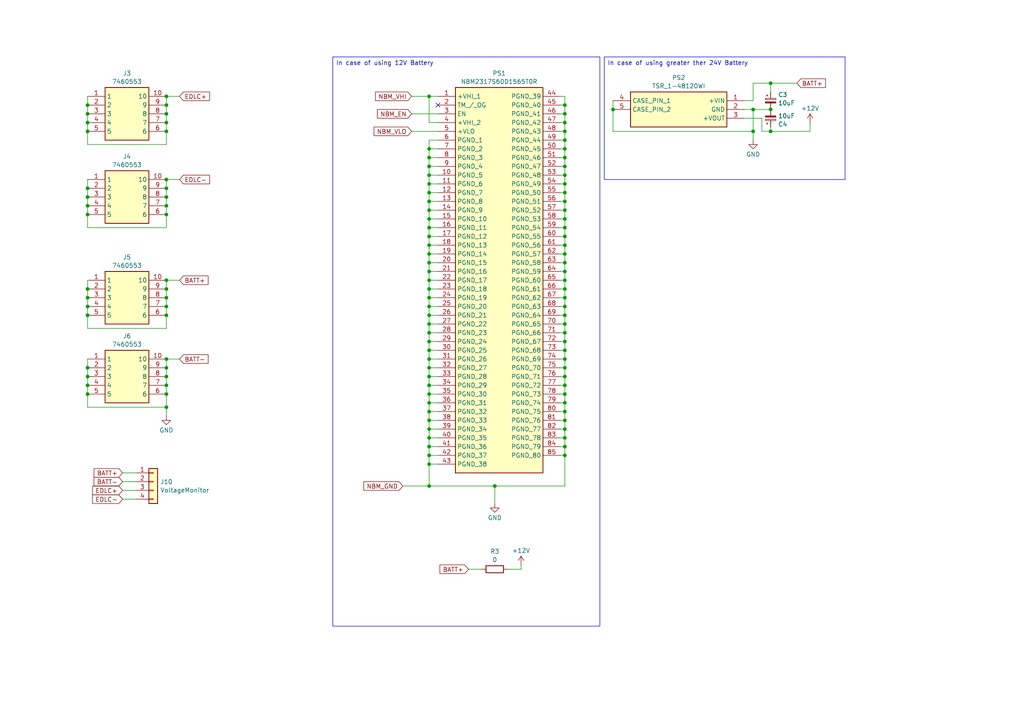
<source format=kicad_sch>
(kicad_sch
	(version 20231120)
	(generator "eeschema")
	(generator_version "8.0")
	(uuid "eb2b5d73-ab17-43f6-970b-b6c753b96d0e")
	(paper "A4")
	(lib_symbols
		(symbol "7460553:7460553"
			(exclude_from_sim no)
			(in_bom yes)
			(on_board yes)
			(property "Reference" "J"
				(at 19.05 7.62 0)
				(effects
					(font
						(size 1.27 1.27)
					)
					(justify left top)
				)
			)
			(property "Value" "7460553"
				(at 19.05 5.08 0)
				(effects
					(font
						(size 1.27 1.27)
					)
					(justify left top)
				)
			)
			(property "Footprint" "7460553"
				(at 19.05 -94.92 0)
				(effects
					(font
						(size 1.27 1.27)
					)
					(justify left top)
					(hide yes)
				)
			)
			(property "Datasheet" "https://katalog.we-online.de/em/datasheet/7460553.pdf"
				(at 19.05 -194.92 0)
				(effects
					(font
						(size 1.27 1.27)
					)
					(justify left top)
					(hide yes)
				)
			)
			(property "Description" "Wurth Elektronik REDCUBE 10 Pin Power Element, 240A, Press Fit, M8, Vertical"
				(at 0 0 0)
				(effects
					(font
						(size 1.27 1.27)
					)
					(hide yes)
				)
			)
			(property "Height" "13.5"
				(at 19.05 -394.92 0)
				(effects
					(font
						(size 1.27 1.27)
					)
					(justify left top)
					(hide yes)
				)
			)
			(property "Manufacturer_Name" "Wurth Elektronik"
				(at 19.05 -494.92 0)
				(effects
					(font
						(size 1.27 1.27)
					)
					(justify left top)
					(hide yes)
				)
			)
			(property "Manufacturer_Part_Number" "7460553"
				(at 19.05 -594.92 0)
				(effects
					(font
						(size 1.27 1.27)
					)
					(justify left top)
					(hide yes)
				)
			)
			(property "Mouser Part Number" "710-7460553"
				(at 19.05 -694.92 0)
				(effects
					(font
						(size 1.27 1.27)
					)
					(justify left top)
					(hide yes)
				)
			)
			(property "Mouser Price/Stock" "https://www.mouser.co.uk/ProductDetail/Wurth-Elektronik/7460553?qs=lykWx4dhCCGDVqhoGDApGw%3D%3D"
				(at 19.05 -794.92 0)
				(effects
					(font
						(size 1.27 1.27)
					)
					(justify left top)
					(hide yes)
				)
			)
			(property "Arrow Part Number" ""
				(at 19.05 -894.92 0)
				(effects
					(font
						(size 1.27 1.27)
					)
					(justify left top)
					(hide yes)
				)
			)
			(property "Arrow Price/Stock" ""
				(at 19.05 -994.92 0)
				(effects
					(font
						(size 1.27 1.27)
					)
					(justify left top)
					(hide yes)
				)
			)
			(symbol "7460553_1_1"
				(rectangle
					(start 5.08 2.54)
					(end 17.78 -12.7)
					(stroke
						(width 0.254)
						(type default)
					)
					(fill
						(type background)
					)
				)
				(pin passive line
					(at 0 0 0)
					(length 5.08)
					(name "1"
						(effects
							(font
								(size 1.27 1.27)
							)
						)
					)
					(number "1"
						(effects
							(font
								(size 1.27 1.27)
							)
						)
					)
				)
				(pin passive line
					(at 22.86 0 180)
					(length 5.08)
					(name "10"
						(effects
							(font
								(size 1.27 1.27)
							)
						)
					)
					(number "10"
						(effects
							(font
								(size 1.27 1.27)
							)
						)
					)
				)
				(pin passive line
					(at 0 -2.54 0)
					(length 5.08)
					(name "2"
						(effects
							(font
								(size 1.27 1.27)
							)
						)
					)
					(number "2"
						(effects
							(font
								(size 1.27 1.27)
							)
						)
					)
				)
				(pin passive line
					(at 0 -5.08 0)
					(length 5.08)
					(name "3"
						(effects
							(font
								(size 1.27 1.27)
							)
						)
					)
					(number "3"
						(effects
							(font
								(size 1.27 1.27)
							)
						)
					)
				)
				(pin passive line
					(at 0 -7.62 0)
					(length 5.08)
					(name "4"
						(effects
							(font
								(size 1.27 1.27)
							)
						)
					)
					(number "4"
						(effects
							(font
								(size 1.27 1.27)
							)
						)
					)
				)
				(pin passive line
					(at 0 -10.16 0)
					(length 5.08)
					(name "5"
						(effects
							(font
								(size 1.27 1.27)
							)
						)
					)
					(number "5"
						(effects
							(font
								(size 1.27 1.27)
							)
						)
					)
				)
				(pin passive line
					(at 22.86 -10.16 180)
					(length 5.08)
					(name "6"
						(effects
							(font
								(size 1.27 1.27)
							)
						)
					)
					(number "6"
						(effects
							(font
								(size 1.27 1.27)
							)
						)
					)
				)
				(pin passive line
					(at 22.86 -7.62 180)
					(length 5.08)
					(name "7"
						(effects
							(font
								(size 1.27 1.27)
							)
						)
					)
					(number "7"
						(effects
							(font
								(size 1.27 1.27)
							)
						)
					)
				)
				(pin passive line
					(at 22.86 -5.08 180)
					(length 5.08)
					(name "8"
						(effects
							(font
								(size 1.27 1.27)
							)
						)
					)
					(number "8"
						(effects
							(font
								(size 1.27 1.27)
							)
						)
					)
				)
				(pin passive line
					(at 22.86 -2.54 180)
					(length 5.08)
					(name "9"
						(effects
							(font
								(size 1.27 1.27)
							)
						)
					)
					(number "9"
						(effects
							(font
								(size 1.27 1.27)
							)
						)
					)
				)
			)
		)
		(symbol "Connector_Generic:Conn_01x04"
			(pin_names
				(offset 1.016) hide)
			(exclude_from_sim no)
			(in_bom yes)
			(on_board yes)
			(property "Reference" "J"
				(at 0 5.08 0)
				(effects
					(font
						(size 1.27 1.27)
					)
				)
			)
			(property "Value" "Conn_01x04"
				(at 0 -7.62 0)
				(effects
					(font
						(size 1.27 1.27)
					)
				)
			)
			(property "Footprint" ""
				(at 0 0 0)
				(effects
					(font
						(size 1.27 1.27)
					)
					(hide yes)
				)
			)
			(property "Datasheet" "~"
				(at 0 0 0)
				(effects
					(font
						(size 1.27 1.27)
					)
					(hide yes)
				)
			)
			(property "Description" "Generic connector, single row, 01x04, script generated (kicad-library-utils/schlib/autogen/connector/)"
				(at 0 0 0)
				(effects
					(font
						(size 1.27 1.27)
					)
					(hide yes)
				)
			)
			(property "ki_keywords" "connector"
				(at 0 0 0)
				(effects
					(font
						(size 1.27 1.27)
					)
					(hide yes)
				)
			)
			(property "ki_fp_filters" "Connector*:*_1x??_*"
				(at 0 0 0)
				(effects
					(font
						(size 1.27 1.27)
					)
					(hide yes)
				)
			)
			(symbol "Conn_01x04_1_1"
				(rectangle
					(start -1.27 -4.953)
					(end 0 -5.207)
					(stroke
						(width 0.1524)
						(type default)
					)
					(fill
						(type none)
					)
				)
				(rectangle
					(start -1.27 -2.413)
					(end 0 -2.667)
					(stroke
						(width 0.1524)
						(type default)
					)
					(fill
						(type none)
					)
				)
				(rectangle
					(start -1.27 0.127)
					(end 0 -0.127)
					(stroke
						(width 0.1524)
						(type default)
					)
					(fill
						(type none)
					)
				)
				(rectangle
					(start -1.27 2.667)
					(end 0 2.413)
					(stroke
						(width 0.1524)
						(type default)
					)
					(fill
						(type none)
					)
				)
				(rectangle
					(start -1.27 3.81)
					(end 1.27 -6.35)
					(stroke
						(width 0.254)
						(type default)
					)
					(fill
						(type background)
					)
				)
				(pin passive line
					(at -5.08 2.54 0)
					(length 3.81)
					(name "Pin_1"
						(effects
							(font
								(size 1.27 1.27)
							)
						)
					)
					(number "1"
						(effects
							(font
								(size 1.27 1.27)
							)
						)
					)
				)
				(pin passive line
					(at -5.08 0 0)
					(length 3.81)
					(name "Pin_2"
						(effects
							(font
								(size 1.27 1.27)
							)
						)
					)
					(number "2"
						(effects
							(font
								(size 1.27 1.27)
							)
						)
					)
				)
				(pin passive line
					(at -5.08 -2.54 0)
					(length 3.81)
					(name "Pin_3"
						(effects
							(font
								(size 1.27 1.27)
							)
						)
					)
					(number "3"
						(effects
							(font
								(size 1.27 1.27)
							)
						)
					)
				)
				(pin passive line
					(at -5.08 -5.08 0)
					(length 3.81)
					(name "Pin_4"
						(effects
							(font
								(size 1.27 1.27)
							)
						)
					)
					(number "4"
						(effects
							(font
								(size 1.27 1.27)
							)
						)
					)
				)
			)
		)
		(symbol "Device:C_Polarized_Small"
			(pin_numbers hide)
			(pin_names
				(offset 0.254) hide)
			(exclude_from_sim no)
			(in_bom yes)
			(on_board yes)
			(property "Reference" "C"
				(at 0.254 1.778 0)
				(effects
					(font
						(size 1.27 1.27)
					)
					(justify left)
				)
			)
			(property "Value" "C_Polarized_Small"
				(at 0.254 -2.032 0)
				(effects
					(font
						(size 1.27 1.27)
					)
					(justify left)
				)
			)
			(property "Footprint" ""
				(at 0 0 0)
				(effects
					(font
						(size 1.27 1.27)
					)
					(hide yes)
				)
			)
			(property "Datasheet" "~"
				(at 0 0 0)
				(effects
					(font
						(size 1.27 1.27)
					)
					(hide yes)
				)
			)
			(property "Description" "Polarized capacitor, small symbol"
				(at 0 0 0)
				(effects
					(font
						(size 1.27 1.27)
					)
					(hide yes)
				)
			)
			(property "ki_keywords" "cap capacitor"
				(at 0 0 0)
				(effects
					(font
						(size 1.27 1.27)
					)
					(hide yes)
				)
			)
			(property "ki_fp_filters" "CP_*"
				(at 0 0 0)
				(effects
					(font
						(size 1.27 1.27)
					)
					(hide yes)
				)
			)
			(symbol "C_Polarized_Small_0_1"
				(rectangle
					(start -1.524 -0.3048)
					(end 1.524 -0.6858)
					(stroke
						(width 0)
						(type default)
					)
					(fill
						(type outline)
					)
				)
				(rectangle
					(start -1.524 0.6858)
					(end 1.524 0.3048)
					(stroke
						(width 0)
						(type default)
					)
					(fill
						(type none)
					)
				)
				(polyline
					(pts
						(xy -1.27 1.524) (xy -0.762 1.524)
					)
					(stroke
						(width 0)
						(type default)
					)
					(fill
						(type none)
					)
				)
				(polyline
					(pts
						(xy -1.016 1.27) (xy -1.016 1.778)
					)
					(stroke
						(width 0)
						(type default)
					)
					(fill
						(type none)
					)
				)
			)
			(symbol "C_Polarized_Small_1_1"
				(pin passive line
					(at 0 2.54 270)
					(length 1.8542)
					(name "~"
						(effects
							(font
								(size 1.27 1.27)
							)
						)
					)
					(number "1"
						(effects
							(font
								(size 1.27 1.27)
							)
						)
					)
				)
				(pin passive line
					(at 0 -2.54 90)
					(length 1.8542)
					(name "~"
						(effects
							(font
								(size 1.27 1.27)
							)
						)
					)
					(number "2"
						(effects
							(font
								(size 1.27 1.27)
							)
						)
					)
				)
			)
		)
		(symbol "Device:R"
			(pin_numbers hide)
			(pin_names
				(offset 0)
			)
			(exclude_from_sim no)
			(in_bom yes)
			(on_board yes)
			(property "Reference" "R"
				(at 2.032 0 90)
				(effects
					(font
						(size 1.27 1.27)
					)
				)
			)
			(property "Value" "R"
				(at 0 0 90)
				(effects
					(font
						(size 1.27 1.27)
					)
				)
			)
			(property "Footprint" ""
				(at -1.778 0 90)
				(effects
					(font
						(size 1.27 1.27)
					)
					(hide yes)
				)
			)
			(property "Datasheet" "~"
				(at 0 0 0)
				(effects
					(font
						(size 1.27 1.27)
					)
					(hide yes)
				)
			)
			(property "Description" "Resistor"
				(at 0 0 0)
				(effects
					(font
						(size 1.27 1.27)
					)
					(hide yes)
				)
			)
			(property "ki_keywords" "R res resistor"
				(at 0 0 0)
				(effects
					(font
						(size 1.27 1.27)
					)
					(hide yes)
				)
			)
			(property "ki_fp_filters" "R_*"
				(at 0 0 0)
				(effects
					(font
						(size 1.27 1.27)
					)
					(hide yes)
				)
			)
			(symbol "R_0_1"
				(rectangle
					(start -1.016 -2.54)
					(end 1.016 2.54)
					(stroke
						(width 0.254)
						(type default)
					)
					(fill
						(type none)
					)
				)
			)
			(symbol "R_1_1"
				(pin passive line
					(at 0 3.81 270)
					(length 1.27)
					(name "~"
						(effects
							(font
								(size 1.27 1.27)
							)
						)
					)
					(number "1"
						(effects
							(font
								(size 1.27 1.27)
							)
						)
					)
				)
				(pin passive line
					(at 0 -3.81 90)
					(length 1.27)
					(name "~"
						(effects
							(font
								(size 1.27 1.27)
							)
						)
					)
					(number "2"
						(effects
							(font
								(size 1.27 1.27)
							)
						)
					)
				)
			)
		)
		(symbol "NBM2317:NBM2317S60D1565T0R"
			(exclude_from_sim no)
			(in_bom yes)
			(on_board yes)
			(property "Reference" "PS"
				(at 31.75 7.62 0)
				(effects
					(font
						(size 1.27 1.27)
					)
					(justify left top)
				)
			)
			(property "Value" "NBM2317S60D1565T0R"
				(at 31.75 5.08 0)
				(effects
					(font
						(size 1.27 1.27)
					)
					(justify left top)
				)
			)
			(property "Footprint" "NBM2317S60D1565T0R"
				(at 31.75 -94.92 0)
				(effects
					(font
						(size 1.27 1.27)
					)
					(justify left top)
					(hide yes)
				)
			)
			(property "Datasheet" "https://www.vicorpower.com/documents/datasheets/ds-NBM2317S60D1565T0R-VICOR.pdf"
				(at 31.75 -194.92 0)
				(effects
					(font
						(size 1.27 1.27)
					)
					(justify left top)
					(hide yes)
				)
			)
			(property "Description" "Non-Isolated DC/DC Converters NBM 2317 60V 15V/800W T CN WID"
				(at 0 0 0)
				(effects
					(font
						(size 1.27 1.27)
					)
					(hide yes)
				)
			)
			(property "Height" "5.307"
				(at 31.75 -394.92 0)
				(effects
					(font
						(size 1.27 1.27)
					)
					(justify left top)
					(hide yes)
				)
			)
			(property "Manufacturer_Name" "VICOR"
				(at 31.75 -494.92 0)
				(effects
					(font
						(size 1.27 1.27)
					)
					(justify left top)
					(hide yes)
				)
			)
			(property "Manufacturer_Part_Number" "NBM2317S60D1565T0R"
				(at 31.75 -594.92 0)
				(effects
					(font
						(size 1.27 1.27)
					)
					(justify left top)
					(hide yes)
				)
			)
			(property "Mouser Part Number" ""
				(at 31.75 -694.92 0)
				(effects
					(font
						(size 1.27 1.27)
					)
					(justify left top)
					(hide yes)
				)
			)
			(property "Mouser Price/Stock" ""
				(at 31.75 -794.92 0)
				(effects
					(font
						(size 1.27 1.27)
					)
					(justify left top)
					(hide yes)
				)
			)
			(property "Arrow Part Number" ""
				(at 31.75 -894.92 0)
				(effects
					(font
						(size 1.27 1.27)
					)
					(justify left top)
					(hide yes)
				)
			)
			(property "Arrow Price/Stock" ""
				(at 31.75 -994.92 0)
				(effects
					(font
						(size 1.27 1.27)
					)
					(justify left top)
					(hide yes)
				)
			)
			(symbol "NBM2317S60D1565T0R_1_1"
				(rectangle
					(start 5.08 2.54)
					(end 30.48 -109.22)
					(stroke
						(width 0.254)
						(type default)
					)
					(fill
						(type background)
					)
				)
				(pin passive line
					(at 0 0 0)
					(length 5.08)
					(name "+VHI_1"
						(effects
							(font
								(size 1.27 1.27)
							)
						)
					)
					(number "1"
						(effects
							(font
								(size 1.27 1.27)
							)
						)
					)
				)
				(pin passive line
					(at 0 -22.86 0)
					(length 5.08)
					(name "PGND_5"
						(effects
							(font
								(size 1.27 1.27)
							)
						)
					)
					(number "10"
						(effects
							(font
								(size 1.27 1.27)
							)
						)
					)
				)
				(pin passive line
					(at 0 -25.4 0)
					(length 5.08)
					(name "PGND_6"
						(effects
							(font
								(size 1.27 1.27)
							)
						)
					)
					(number "11"
						(effects
							(font
								(size 1.27 1.27)
							)
						)
					)
				)
				(pin passive line
					(at 0 -27.94 0)
					(length 5.08)
					(name "PGND_7"
						(effects
							(font
								(size 1.27 1.27)
							)
						)
					)
					(number "12"
						(effects
							(font
								(size 1.27 1.27)
							)
						)
					)
				)
				(pin passive line
					(at 0 -30.48 0)
					(length 5.08)
					(name "PGND_8"
						(effects
							(font
								(size 1.27 1.27)
							)
						)
					)
					(number "13"
						(effects
							(font
								(size 1.27 1.27)
							)
						)
					)
				)
				(pin passive line
					(at 0 -33.02 0)
					(length 5.08)
					(name "PGND_9"
						(effects
							(font
								(size 1.27 1.27)
							)
						)
					)
					(number "14"
						(effects
							(font
								(size 1.27 1.27)
							)
						)
					)
				)
				(pin passive line
					(at 0 -35.56 0)
					(length 5.08)
					(name "PGND_10"
						(effects
							(font
								(size 1.27 1.27)
							)
						)
					)
					(number "15"
						(effects
							(font
								(size 1.27 1.27)
							)
						)
					)
				)
				(pin passive line
					(at 0 -38.1 0)
					(length 5.08)
					(name "PGND_11"
						(effects
							(font
								(size 1.27 1.27)
							)
						)
					)
					(number "16"
						(effects
							(font
								(size 1.27 1.27)
							)
						)
					)
				)
				(pin passive line
					(at 0 -40.64 0)
					(length 5.08)
					(name "PGND_12"
						(effects
							(font
								(size 1.27 1.27)
							)
						)
					)
					(number "17"
						(effects
							(font
								(size 1.27 1.27)
							)
						)
					)
				)
				(pin passive line
					(at 0 -43.18 0)
					(length 5.08)
					(name "PGND_13"
						(effects
							(font
								(size 1.27 1.27)
							)
						)
					)
					(number "18"
						(effects
							(font
								(size 1.27 1.27)
							)
						)
					)
				)
				(pin passive line
					(at 0 -45.72 0)
					(length 5.08)
					(name "PGND_14"
						(effects
							(font
								(size 1.27 1.27)
							)
						)
					)
					(number "19"
						(effects
							(font
								(size 1.27 1.27)
							)
						)
					)
				)
				(pin passive line
					(at 0 -2.54 0)
					(length 5.08)
					(name "TM_/_OG"
						(effects
							(font
								(size 1.27 1.27)
							)
						)
					)
					(number "2"
						(effects
							(font
								(size 1.27 1.27)
							)
						)
					)
				)
				(pin passive line
					(at 0 -48.26 0)
					(length 5.08)
					(name "PGND_15"
						(effects
							(font
								(size 1.27 1.27)
							)
						)
					)
					(number "20"
						(effects
							(font
								(size 1.27 1.27)
							)
						)
					)
				)
				(pin passive line
					(at 0 -50.8 0)
					(length 5.08)
					(name "PGND_16"
						(effects
							(font
								(size 1.27 1.27)
							)
						)
					)
					(number "21"
						(effects
							(font
								(size 1.27 1.27)
							)
						)
					)
				)
				(pin passive line
					(at 0 -53.34 0)
					(length 5.08)
					(name "PGND_17"
						(effects
							(font
								(size 1.27 1.27)
							)
						)
					)
					(number "22"
						(effects
							(font
								(size 1.27 1.27)
							)
						)
					)
				)
				(pin passive line
					(at 0 -55.88 0)
					(length 5.08)
					(name "PGND_18"
						(effects
							(font
								(size 1.27 1.27)
							)
						)
					)
					(number "23"
						(effects
							(font
								(size 1.27 1.27)
							)
						)
					)
				)
				(pin passive line
					(at 0 -58.42 0)
					(length 5.08)
					(name "PGND_19"
						(effects
							(font
								(size 1.27 1.27)
							)
						)
					)
					(number "24"
						(effects
							(font
								(size 1.27 1.27)
							)
						)
					)
				)
				(pin passive line
					(at 0 -60.96 0)
					(length 5.08)
					(name "PGND_20"
						(effects
							(font
								(size 1.27 1.27)
							)
						)
					)
					(number "25"
						(effects
							(font
								(size 1.27 1.27)
							)
						)
					)
				)
				(pin passive line
					(at 0 -63.5 0)
					(length 5.08)
					(name "PGND_21"
						(effects
							(font
								(size 1.27 1.27)
							)
						)
					)
					(number "26"
						(effects
							(font
								(size 1.27 1.27)
							)
						)
					)
				)
				(pin passive line
					(at 0 -66.04 0)
					(length 5.08)
					(name "PGND_22"
						(effects
							(font
								(size 1.27 1.27)
							)
						)
					)
					(number "27"
						(effects
							(font
								(size 1.27 1.27)
							)
						)
					)
				)
				(pin passive line
					(at 0 -68.58 0)
					(length 5.08)
					(name "PGND_23"
						(effects
							(font
								(size 1.27 1.27)
							)
						)
					)
					(number "28"
						(effects
							(font
								(size 1.27 1.27)
							)
						)
					)
				)
				(pin passive line
					(at 0 -71.12 0)
					(length 5.08)
					(name "PGND_24"
						(effects
							(font
								(size 1.27 1.27)
							)
						)
					)
					(number "29"
						(effects
							(font
								(size 1.27 1.27)
							)
						)
					)
				)
				(pin passive line
					(at 0 -5.08 0)
					(length 5.08)
					(name "EN"
						(effects
							(font
								(size 1.27 1.27)
							)
						)
					)
					(number "3"
						(effects
							(font
								(size 1.27 1.27)
							)
						)
					)
				)
				(pin passive line
					(at 0 -73.66 0)
					(length 5.08)
					(name "PGND_25"
						(effects
							(font
								(size 1.27 1.27)
							)
						)
					)
					(number "30"
						(effects
							(font
								(size 1.27 1.27)
							)
						)
					)
				)
				(pin passive line
					(at 0 -76.2 0)
					(length 5.08)
					(name "PGND_26"
						(effects
							(font
								(size 1.27 1.27)
							)
						)
					)
					(number "31"
						(effects
							(font
								(size 1.27 1.27)
							)
						)
					)
				)
				(pin passive line
					(at 0 -78.74 0)
					(length 5.08)
					(name "PGND_27"
						(effects
							(font
								(size 1.27 1.27)
							)
						)
					)
					(number "32"
						(effects
							(font
								(size 1.27 1.27)
							)
						)
					)
				)
				(pin passive line
					(at 0 -81.28 0)
					(length 5.08)
					(name "PGND_28"
						(effects
							(font
								(size 1.27 1.27)
							)
						)
					)
					(number "33"
						(effects
							(font
								(size 1.27 1.27)
							)
						)
					)
				)
				(pin passive line
					(at 0 -83.82 0)
					(length 5.08)
					(name "PGND_29"
						(effects
							(font
								(size 1.27 1.27)
							)
						)
					)
					(number "34"
						(effects
							(font
								(size 1.27 1.27)
							)
						)
					)
				)
				(pin passive line
					(at 0 -86.36 0)
					(length 5.08)
					(name "PGND_30"
						(effects
							(font
								(size 1.27 1.27)
							)
						)
					)
					(number "35"
						(effects
							(font
								(size 1.27 1.27)
							)
						)
					)
				)
				(pin passive line
					(at 0 -88.9 0)
					(length 5.08)
					(name "PGND_31"
						(effects
							(font
								(size 1.27 1.27)
							)
						)
					)
					(number "36"
						(effects
							(font
								(size 1.27 1.27)
							)
						)
					)
				)
				(pin passive line
					(at 0 -91.44 0)
					(length 5.08)
					(name "PGND_32"
						(effects
							(font
								(size 1.27 1.27)
							)
						)
					)
					(number "37"
						(effects
							(font
								(size 1.27 1.27)
							)
						)
					)
				)
				(pin passive line
					(at 0 -93.98 0)
					(length 5.08)
					(name "PGND_33"
						(effects
							(font
								(size 1.27 1.27)
							)
						)
					)
					(number "38"
						(effects
							(font
								(size 1.27 1.27)
							)
						)
					)
				)
				(pin passive line
					(at 0 -96.52 0)
					(length 5.08)
					(name "PGND_34"
						(effects
							(font
								(size 1.27 1.27)
							)
						)
					)
					(number "39"
						(effects
							(font
								(size 1.27 1.27)
							)
						)
					)
				)
				(pin passive line
					(at 0 -7.62 0)
					(length 5.08)
					(name "+VHI_2"
						(effects
							(font
								(size 1.27 1.27)
							)
						)
					)
					(number "4"
						(effects
							(font
								(size 1.27 1.27)
							)
						)
					)
				)
				(pin passive line
					(at 0 -99.06 0)
					(length 5.08)
					(name "PGND_35"
						(effects
							(font
								(size 1.27 1.27)
							)
						)
					)
					(number "40"
						(effects
							(font
								(size 1.27 1.27)
							)
						)
					)
				)
				(pin passive line
					(at 0 -101.6 0)
					(length 5.08)
					(name "PGND_36"
						(effects
							(font
								(size 1.27 1.27)
							)
						)
					)
					(number "41"
						(effects
							(font
								(size 1.27 1.27)
							)
						)
					)
				)
				(pin passive line
					(at 0 -104.14 0)
					(length 5.08)
					(name "PGND_37"
						(effects
							(font
								(size 1.27 1.27)
							)
						)
					)
					(number "42"
						(effects
							(font
								(size 1.27 1.27)
							)
						)
					)
				)
				(pin passive line
					(at 0 -106.68 0)
					(length 5.08)
					(name "PGND_38"
						(effects
							(font
								(size 1.27 1.27)
							)
						)
					)
					(number "43"
						(effects
							(font
								(size 1.27 1.27)
							)
						)
					)
				)
				(pin passive line
					(at 35.56 0 180)
					(length 5.08)
					(name "PGND_39"
						(effects
							(font
								(size 1.27 1.27)
							)
						)
					)
					(number "44"
						(effects
							(font
								(size 1.27 1.27)
							)
						)
					)
				)
				(pin passive line
					(at 35.56 -2.54 180)
					(length 5.08)
					(name "PGND_40"
						(effects
							(font
								(size 1.27 1.27)
							)
						)
					)
					(number "45"
						(effects
							(font
								(size 1.27 1.27)
							)
						)
					)
				)
				(pin passive line
					(at 35.56 -5.08 180)
					(length 5.08)
					(name "PGND_41"
						(effects
							(font
								(size 1.27 1.27)
							)
						)
					)
					(number "46"
						(effects
							(font
								(size 1.27 1.27)
							)
						)
					)
				)
				(pin passive line
					(at 35.56 -7.62 180)
					(length 5.08)
					(name "PGND_42"
						(effects
							(font
								(size 1.27 1.27)
							)
						)
					)
					(number "47"
						(effects
							(font
								(size 1.27 1.27)
							)
						)
					)
				)
				(pin passive line
					(at 35.56 -10.16 180)
					(length 5.08)
					(name "PGND_43"
						(effects
							(font
								(size 1.27 1.27)
							)
						)
					)
					(number "48"
						(effects
							(font
								(size 1.27 1.27)
							)
						)
					)
				)
				(pin passive line
					(at 35.56 -12.7 180)
					(length 5.08)
					(name "PGND_44"
						(effects
							(font
								(size 1.27 1.27)
							)
						)
					)
					(number "49"
						(effects
							(font
								(size 1.27 1.27)
							)
						)
					)
				)
				(pin passive line
					(at 0 -10.16 0)
					(length 5.08)
					(name "+VLO"
						(effects
							(font
								(size 1.27 1.27)
							)
						)
					)
					(number "5"
						(effects
							(font
								(size 1.27 1.27)
							)
						)
					)
				)
				(pin passive line
					(at 35.56 -15.24 180)
					(length 5.08)
					(name "PGND_45"
						(effects
							(font
								(size 1.27 1.27)
							)
						)
					)
					(number "50"
						(effects
							(font
								(size 1.27 1.27)
							)
						)
					)
				)
				(pin passive line
					(at 35.56 -17.78 180)
					(length 5.08)
					(name "PGND_46"
						(effects
							(font
								(size 1.27 1.27)
							)
						)
					)
					(number "51"
						(effects
							(font
								(size 1.27 1.27)
							)
						)
					)
				)
				(pin passive line
					(at 35.56 -20.32 180)
					(length 5.08)
					(name "PGND_47"
						(effects
							(font
								(size 1.27 1.27)
							)
						)
					)
					(number "52"
						(effects
							(font
								(size 1.27 1.27)
							)
						)
					)
				)
				(pin passive line
					(at 35.56 -22.86 180)
					(length 5.08)
					(name "PGND_48"
						(effects
							(font
								(size 1.27 1.27)
							)
						)
					)
					(number "53"
						(effects
							(font
								(size 1.27 1.27)
							)
						)
					)
				)
				(pin passive line
					(at 35.56 -25.4 180)
					(length 5.08)
					(name "PGND_49"
						(effects
							(font
								(size 1.27 1.27)
							)
						)
					)
					(number "54"
						(effects
							(font
								(size 1.27 1.27)
							)
						)
					)
				)
				(pin passive line
					(at 35.56 -27.94 180)
					(length 5.08)
					(name "PGND_50"
						(effects
							(font
								(size 1.27 1.27)
							)
						)
					)
					(number "55"
						(effects
							(font
								(size 1.27 1.27)
							)
						)
					)
				)
				(pin passive line
					(at 35.56 -30.48 180)
					(length 5.08)
					(name "PGND_51"
						(effects
							(font
								(size 1.27 1.27)
							)
						)
					)
					(number "56"
						(effects
							(font
								(size 1.27 1.27)
							)
						)
					)
				)
				(pin passive line
					(at 35.56 -33.02 180)
					(length 5.08)
					(name "PGND_52"
						(effects
							(font
								(size 1.27 1.27)
							)
						)
					)
					(number "57"
						(effects
							(font
								(size 1.27 1.27)
							)
						)
					)
				)
				(pin passive line
					(at 35.56 -35.56 180)
					(length 5.08)
					(name "PGND_53"
						(effects
							(font
								(size 1.27 1.27)
							)
						)
					)
					(number "58"
						(effects
							(font
								(size 1.27 1.27)
							)
						)
					)
				)
				(pin passive line
					(at 35.56 -38.1 180)
					(length 5.08)
					(name "PGND_54"
						(effects
							(font
								(size 1.27 1.27)
							)
						)
					)
					(number "59"
						(effects
							(font
								(size 1.27 1.27)
							)
						)
					)
				)
				(pin passive line
					(at 0 -12.7 0)
					(length 5.08)
					(name "PGND_1"
						(effects
							(font
								(size 1.27 1.27)
							)
						)
					)
					(number "6"
						(effects
							(font
								(size 1.27 1.27)
							)
						)
					)
				)
				(pin passive line
					(at 35.56 -40.64 180)
					(length 5.08)
					(name "PGND_55"
						(effects
							(font
								(size 1.27 1.27)
							)
						)
					)
					(number "60"
						(effects
							(font
								(size 1.27 1.27)
							)
						)
					)
				)
				(pin passive line
					(at 35.56 -43.18 180)
					(length 5.08)
					(name "PGND_56"
						(effects
							(font
								(size 1.27 1.27)
							)
						)
					)
					(number "61"
						(effects
							(font
								(size 1.27 1.27)
							)
						)
					)
				)
				(pin passive line
					(at 35.56 -45.72 180)
					(length 5.08)
					(name "PGND_57"
						(effects
							(font
								(size 1.27 1.27)
							)
						)
					)
					(number "62"
						(effects
							(font
								(size 1.27 1.27)
							)
						)
					)
				)
				(pin passive line
					(at 35.56 -48.26 180)
					(length 5.08)
					(name "PGND_58"
						(effects
							(font
								(size 1.27 1.27)
							)
						)
					)
					(number "63"
						(effects
							(font
								(size 1.27 1.27)
							)
						)
					)
				)
				(pin passive line
					(at 35.56 -50.8 180)
					(length 5.08)
					(name "PGND_59"
						(effects
							(font
								(size 1.27 1.27)
							)
						)
					)
					(number "64"
						(effects
							(font
								(size 1.27 1.27)
							)
						)
					)
				)
				(pin passive line
					(at 35.56 -53.34 180)
					(length 5.08)
					(name "PGND_60"
						(effects
							(font
								(size 1.27 1.27)
							)
						)
					)
					(number "65"
						(effects
							(font
								(size 1.27 1.27)
							)
						)
					)
				)
				(pin passive line
					(at 35.56 -55.88 180)
					(length 5.08)
					(name "PGND_61"
						(effects
							(font
								(size 1.27 1.27)
							)
						)
					)
					(number "66"
						(effects
							(font
								(size 1.27 1.27)
							)
						)
					)
				)
				(pin passive line
					(at 35.56 -58.42 180)
					(length 5.08)
					(name "PGND_62"
						(effects
							(font
								(size 1.27 1.27)
							)
						)
					)
					(number "67"
						(effects
							(font
								(size 1.27 1.27)
							)
						)
					)
				)
				(pin passive line
					(at 35.56 -60.96 180)
					(length 5.08)
					(name "PGND_63"
						(effects
							(font
								(size 1.27 1.27)
							)
						)
					)
					(number "68"
						(effects
							(font
								(size 1.27 1.27)
							)
						)
					)
				)
				(pin passive line
					(at 35.56 -63.5 180)
					(length 5.08)
					(name "PGND_64"
						(effects
							(font
								(size 1.27 1.27)
							)
						)
					)
					(number "69"
						(effects
							(font
								(size 1.27 1.27)
							)
						)
					)
				)
				(pin passive line
					(at 0 -15.24 0)
					(length 5.08)
					(name "PGND_2"
						(effects
							(font
								(size 1.27 1.27)
							)
						)
					)
					(number "7"
						(effects
							(font
								(size 1.27 1.27)
							)
						)
					)
				)
				(pin passive line
					(at 35.56 -66.04 180)
					(length 5.08)
					(name "PGND_65"
						(effects
							(font
								(size 1.27 1.27)
							)
						)
					)
					(number "70"
						(effects
							(font
								(size 1.27 1.27)
							)
						)
					)
				)
				(pin passive line
					(at 35.56 -68.58 180)
					(length 5.08)
					(name "PGND_66"
						(effects
							(font
								(size 1.27 1.27)
							)
						)
					)
					(number "71"
						(effects
							(font
								(size 1.27 1.27)
							)
						)
					)
				)
				(pin passive line
					(at 35.56 -71.12 180)
					(length 5.08)
					(name "PGND_67"
						(effects
							(font
								(size 1.27 1.27)
							)
						)
					)
					(number "72"
						(effects
							(font
								(size 1.27 1.27)
							)
						)
					)
				)
				(pin passive line
					(at 35.56 -73.66 180)
					(length 5.08)
					(name "PGND_68"
						(effects
							(font
								(size 1.27 1.27)
							)
						)
					)
					(number "73"
						(effects
							(font
								(size 1.27 1.27)
							)
						)
					)
				)
				(pin passive line
					(at 35.56 -76.2 180)
					(length 5.08)
					(name "PGND_69"
						(effects
							(font
								(size 1.27 1.27)
							)
						)
					)
					(number "74"
						(effects
							(font
								(size 1.27 1.27)
							)
						)
					)
				)
				(pin passive line
					(at 35.56 -78.74 180)
					(length 5.08)
					(name "PGND_70"
						(effects
							(font
								(size 1.27 1.27)
							)
						)
					)
					(number "75"
						(effects
							(font
								(size 1.27 1.27)
							)
						)
					)
				)
				(pin passive line
					(at 35.56 -81.28 180)
					(length 5.08)
					(name "PGND_71"
						(effects
							(font
								(size 1.27 1.27)
							)
						)
					)
					(number "76"
						(effects
							(font
								(size 1.27 1.27)
							)
						)
					)
				)
				(pin passive line
					(at 35.56 -83.82 180)
					(length 5.08)
					(name "PGND_72"
						(effects
							(font
								(size 1.27 1.27)
							)
						)
					)
					(number "77"
						(effects
							(font
								(size 1.27 1.27)
							)
						)
					)
				)
				(pin passive line
					(at 35.56 -86.36 180)
					(length 5.08)
					(name "PGND_73"
						(effects
							(font
								(size 1.27 1.27)
							)
						)
					)
					(number "78"
						(effects
							(font
								(size 1.27 1.27)
							)
						)
					)
				)
				(pin passive line
					(at 35.56 -88.9 180)
					(length 5.08)
					(name "PGND_74"
						(effects
							(font
								(size 1.27 1.27)
							)
						)
					)
					(number "79"
						(effects
							(font
								(size 1.27 1.27)
							)
						)
					)
				)
				(pin passive line
					(at 0 -17.78 0)
					(length 5.08)
					(name "PGND_3"
						(effects
							(font
								(size 1.27 1.27)
							)
						)
					)
					(number "8"
						(effects
							(font
								(size 1.27 1.27)
							)
						)
					)
				)
				(pin passive line
					(at 35.56 -91.44 180)
					(length 5.08)
					(name "PGND_75"
						(effects
							(font
								(size 1.27 1.27)
							)
						)
					)
					(number "80"
						(effects
							(font
								(size 1.27 1.27)
							)
						)
					)
				)
				(pin passive line
					(at 35.56 -93.98 180)
					(length 5.08)
					(name "PGND_76"
						(effects
							(font
								(size 1.27 1.27)
							)
						)
					)
					(number "81"
						(effects
							(font
								(size 1.27 1.27)
							)
						)
					)
				)
				(pin passive line
					(at 35.56 -96.52 180)
					(length 5.08)
					(name "PGND_77"
						(effects
							(font
								(size 1.27 1.27)
							)
						)
					)
					(number "82"
						(effects
							(font
								(size 1.27 1.27)
							)
						)
					)
				)
				(pin passive line
					(at 35.56 -99.06 180)
					(length 5.08)
					(name "PGND_78"
						(effects
							(font
								(size 1.27 1.27)
							)
						)
					)
					(number "83"
						(effects
							(font
								(size 1.27 1.27)
							)
						)
					)
				)
				(pin passive line
					(at 35.56 -101.6 180)
					(length 5.08)
					(name "PGND_79"
						(effects
							(font
								(size 1.27 1.27)
							)
						)
					)
					(number "84"
						(effects
							(font
								(size 1.27 1.27)
							)
						)
					)
				)
				(pin passive line
					(at 35.56 -104.14 180)
					(length 5.08)
					(name "PGND_80"
						(effects
							(font
								(size 1.27 1.27)
							)
						)
					)
					(number "85"
						(effects
							(font
								(size 1.27 1.27)
							)
						)
					)
				)
				(pin passive line
					(at 0 -20.32 0)
					(length 5.08)
					(name "PGND_4"
						(effects
							(font
								(size 1.27 1.27)
							)
						)
					)
					(number "9"
						(effects
							(font
								(size 1.27 1.27)
							)
						)
					)
				)
			)
		)
		(symbol "TSR_1-48120WI:TSR_1-48120WI"
			(exclude_from_sim no)
			(in_bom yes)
			(on_board yes)
			(property "Reference" "PS"
				(at 34.29 7.62 0)
				(effects
					(font
						(size 1.27 1.27)
					)
					(justify left top)
				)
			)
			(property "Value" "TSR_1-48120WI"
				(at 34.29 5.08 0)
				(effects
					(font
						(size 1.27 1.27)
					)
					(justify left top)
				)
			)
			(property "Footprint" "TSR148120WI"
				(at 34.29 -94.92 0)
				(effects
					(font
						(size 1.27 1.27)
					)
					(justify left top)
					(hide yes)
				)
			)
			(property "Datasheet" "https://tracopower.com/tsr1wi-datasheet/"
				(at 34.29 -194.92 0)
				(effects
					(font
						(size 1.27 1.27)
					)
					(justify left top)
					(hide yes)
				)
			)
			(property "Description" "1 Amp POL converter, industrial, ultra wide 9-72 VDC input, pos.-pos. circuit, LM78 compatible, SIP-3"
				(at 0 0 0)
				(effects
					(font
						(size 1.27 1.27)
					)
					(hide yes)
				)
			)
			(property "Height" "18"
				(at 34.29 -394.92 0)
				(effects
					(font
						(size 1.27 1.27)
					)
					(justify left top)
					(hide yes)
				)
			)
			(property "Manufacturer_Name" "Traco Power"
				(at 34.29 -494.92 0)
				(effects
					(font
						(size 1.27 1.27)
					)
					(justify left top)
					(hide yes)
				)
			)
			(property "Manufacturer_Part_Number" "TSR 1-48120WI"
				(at 34.29 -594.92 0)
				(effects
					(font
						(size 1.27 1.27)
					)
					(justify left top)
					(hide yes)
				)
			)
			(property "Mouser Part Number" "495-TSR1-48120WI"
				(at 34.29 -694.92 0)
				(effects
					(font
						(size 1.27 1.27)
					)
					(justify left top)
					(hide yes)
				)
			)
			(property "Mouser Price/Stock" "https://www.mouser.co.uk/ProductDetail/TRACO-Power/TSR-1-48120WI?qs=XeJtXLiO41RdWdSCLqunNw%3D%3D"
				(at 34.29 -794.92 0)
				(effects
					(font
						(size 1.27 1.27)
					)
					(justify left top)
					(hide yes)
				)
			)
			(property "Arrow Part Number" "TSR 1-48120WI"
				(at 34.29 -894.92 0)
				(effects
					(font
						(size 1.27 1.27)
					)
					(justify left top)
					(hide yes)
				)
			)
			(property "Arrow Price/Stock" "https://www.arrow.com/en/products/tsr-1-48120wi/traco-electronic-ag?region=europe"
				(at 34.29 -994.92 0)
				(effects
					(font
						(size 1.27 1.27)
					)
					(justify left top)
					(hide yes)
				)
			)
			(symbol "TSR_1-48120WI_1_1"
				(rectangle
					(start 5.08 2.54)
					(end 33.02 -7.62)
					(stroke
						(width 0.254)
						(type default)
					)
					(fill
						(type background)
					)
				)
				(pin passive line
					(at 38.1 0 180)
					(length 5.08)
					(name "+VIN"
						(effects
							(font
								(size 1.27 1.27)
							)
						)
					)
					(number "1"
						(effects
							(font
								(size 1.27 1.27)
							)
						)
					)
				)
				(pin passive line
					(at 38.1 -2.54 180)
					(length 5.08)
					(name "GND"
						(effects
							(font
								(size 1.27 1.27)
							)
						)
					)
					(number "2"
						(effects
							(font
								(size 1.27 1.27)
							)
						)
					)
				)
				(pin passive line
					(at 38.1 -5.08 180)
					(length 5.08)
					(name "+VOUT"
						(effects
							(font
								(size 1.27 1.27)
							)
						)
					)
					(number "3"
						(effects
							(font
								(size 1.27 1.27)
							)
						)
					)
				)
				(pin passive line
					(at 0 0 0)
					(length 5.08)
					(name "CASE_PIN_1"
						(effects
							(font
								(size 1.27 1.27)
							)
						)
					)
					(number "4"
						(effects
							(font
								(size 1.27 1.27)
							)
						)
					)
				)
				(pin passive line
					(at 0 -2.54 0)
					(length 5.08)
					(name "CASE_PIN_2"
						(effects
							(font
								(size 1.27 1.27)
							)
						)
					)
					(number "5"
						(effects
							(font
								(size 1.27 1.27)
							)
						)
					)
				)
			)
		)
		(symbol "power:+12V"
			(power)
			(pin_numbers hide)
			(pin_names
				(offset 0) hide)
			(exclude_from_sim no)
			(in_bom yes)
			(on_board yes)
			(property "Reference" "#PWR"
				(at 0 -3.81 0)
				(effects
					(font
						(size 1.27 1.27)
					)
					(hide yes)
				)
			)
			(property "Value" "+12V"
				(at 0 3.556 0)
				(effects
					(font
						(size 1.27 1.27)
					)
				)
			)
			(property "Footprint" ""
				(at 0 0 0)
				(effects
					(font
						(size 1.27 1.27)
					)
					(hide yes)
				)
			)
			(property "Datasheet" ""
				(at 0 0 0)
				(effects
					(font
						(size 1.27 1.27)
					)
					(hide yes)
				)
			)
			(property "Description" "Power symbol creates a global label with name \"+12V\""
				(at 0 0 0)
				(effects
					(font
						(size 1.27 1.27)
					)
					(hide yes)
				)
			)
			(property "ki_keywords" "global power"
				(at 0 0 0)
				(effects
					(font
						(size 1.27 1.27)
					)
					(hide yes)
				)
			)
			(symbol "+12V_0_1"
				(polyline
					(pts
						(xy -0.762 1.27) (xy 0 2.54)
					)
					(stroke
						(width 0)
						(type default)
					)
					(fill
						(type none)
					)
				)
				(polyline
					(pts
						(xy 0 0) (xy 0 2.54)
					)
					(stroke
						(width 0)
						(type default)
					)
					(fill
						(type none)
					)
				)
				(polyline
					(pts
						(xy 0 2.54) (xy 0.762 1.27)
					)
					(stroke
						(width 0)
						(type default)
					)
					(fill
						(type none)
					)
				)
			)
			(symbol "+12V_1_1"
				(pin power_in line
					(at 0 0 90)
					(length 0)
					(name "~"
						(effects
							(font
								(size 1.27 1.27)
							)
						)
					)
					(number "1"
						(effects
							(font
								(size 1.27 1.27)
							)
						)
					)
				)
			)
		)
		(symbol "power:GND"
			(power)
			(pin_numbers hide)
			(pin_names
				(offset 0) hide)
			(exclude_from_sim no)
			(in_bom yes)
			(on_board yes)
			(property "Reference" "#PWR"
				(at 0 -6.35 0)
				(effects
					(font
						(size 1.27 1.27)
					)
					(hide yes)
				)
			)
			(property "Value" "GND"
				(at 0 -3.81 0)
				(effects
					(font
						(size 1.27 1.27)
					)
				)
			)
			(property "Footprint" ""
				(at 0 0 0)
				(effects
					(font
						(size 1.27 1.27)
					)
					(hide yes)
				)
			)
			(property "Datasheet" ""
				(at 0 0 0)
				(effects
					(font
						(size 1.27 1.27)
					)
					(hide yes)
				)
			)
			(property "Description" "Power symbol creates a global label with name \"GND\" , ground"
				(at 0 0 0)
				(effects
					(font
						(size 1.27 1.27)
					)
					(hide yes)
				)
			)
			(property "ki_keywords" "global power"
				(at 0 0 0)
				(effects
					(font
						(size 1.27 1.27)
					)
					(hide yes)
				)
			)
			(symbol "GND_0_1"
				(polyline
					(pts
						(xy 0 0) (xy 0 -1.27) (xy 1.27 -1.27) (xy 0 -2.54) (xy -1.27 -1.27) (xy 0 -1.27)
					)
					(stroke
						(width 0)
						(type default)
					)
					(fill
						(type none)
					)
				)
			)
			(symbol "GND_1_1"
				(pin power_in line
					(at 0 0 270)
					(length 0)
					(name "~"
						(effects
							(font
								(size 1.27 1.27)
							)
						)
					)
					(number "1"
						(effects
							(font
								(size 1.27 1.27)
							)
						)
					)
				)
			)
		)
	)
	(junction
		(at 163.83 78.74)
		(diameter 0)
		(color 0 0 0 0)
		(uuid "0621e4ca-8b12-4ad0-a36e-ca60b6a8d949")
	)
	(junction
		(at 163.83 99.06)
		(diameter 0)
		(color 0 0 0 0)
		(uuid "0872e470-cc8d-4373-bba4-61f38fc06b64")
	)
	(junction
		(at 163.83 91.44)
		(diameter 0)
		(color 0 0 0 0)
		(uuid "08938bf4-001d-4065-86cc-3a4b43720e34")
	)
	(junction
		(at 163.83 104.14)
		(diameter 0)
		(color 0 0 0 0)
		(uuid "09fd961e-903a-4e17-9b5a-0b1b533fd60c")
	)
	(junction
		(at 163.83 73.66)
		(diameter 0)
		(color 0 0 0 0)
		(uuid "0cce0458-a0c1-4030-a39e-dc500f3e659f")
	)
	(junction
		(at 124.46 111.76)
		(diameter 0)
		(color 0 0 0 0)
		(uuid "0e9b6737-1f1c-4682-be8a-fc94e0217dce")
	)
	(junction
		(at 25.4 54.61)
		(diameter 0)
		(color 0 0 0 0)
		(uuid "119ac90c-3355-4f44-940e-f279bb61a191")
	)
	(junction
		(at 163.83 76.2)
		(diameter 0)
		(color 0 0 0 0)
		(uuid "11ab0c30-0a86-4517-adc5-76a9e8720c93")
	)
	(junction
		(at 124.46 104.14)
		(diameter 0)
		(color 0 0 0 0)
		(uuid "123b7090-ebb4-489d-98c8-512486dfd360")
	)
	(junction
		(at 25.4 106.68)
		(diameter 0)
		(color 0 0 0 0)
		(uuid "162765f4-a8b6-4eba-b948-d3fb16c816af")
	)
	(junction
		(at 48.26 54.61)
		(diameter 0)
		(color 0 0 0 0)
		(uuid "1c41815e-3b96-4d73-8e56-24a8bbf80a77")
	)
	(junction
		(at 163.83 121.92)
		(diameter 0)
		(color 0 0 0 0)
		(uuid "1de611ff-0b79-4c99-ab74-c11adff32b4f")
	)
	(junction
		(at 163.83 109.22)
		(diameter 0)
		(color 0 0 0 0)
		(uuid "1f6bdb15-4e74-48d0-bbab-fb24e04bfb2f")
	)
	(junction
		(at 163.83 111.76)
		(diameter 0)
		(color 0 0 0 0)
		(uuid "21e7475d-c362-4ebd-9854-ca8512bac36a")
	)
	(junction
		(at 48.26 114.3)
		(diameter 0)
		(color 0 0 0 0)
		(uuid "2311595e-3a19-4376-8c6f-a10e511ec85b")
	)
	(junction
		(at 124.46 43.18)
		(diameter 0)
		(color 0 0 0 0)
		(uuid "238a00aa-3832-4064-b133-16b3c8bf986a")
	)
	(junction
		(at 25.4 114.3)
		(diameter 0)
		(color 0 0 0 0)
		(uuid "23d2ebc1-0ce9-4ca4-9158-ff89f45da548")
	)
	(junction
		(at 124.46 60.96)
		(diameter 0)
		(color 0 0 0 0)
		(uuid "24d8aa04-9bf5-46c8-a03c-846b5376d086")
	)
	(junction
		(at 163.83 63.5)
		(diameter 0)
		(color 0 0 0 0)
		(uuid "28527ced-2c0b-4d06-ba23-b91040641870")
	)
	(junction
		(at 124.46 106.68)
		(diameter 0)
		(color 0 0 0 0)
		(uuid "28800c27-a723-4eaa-9497-944e2a5144dc")
	)
	(junction
		(at 48.26 35.56)
		(diameter 0)
		(color 0 0 0 0)
		(uuid "2bf0bb73-3b6c-4cb5-a8db-d093c42ebd43")
	)
	(junction
		(at 124.46 121.92)
		(diameter 0)
		(color 0 0 0 0)
		(uuid "2d1cb86e-10a3-4af1-92fe-163f4f7b5062")
	)
	(junction
		(at 48.26 83.82)
		(diameter 0)
		(color 0 0 0 0)
		(uuid "2d37d134-910e-4c59-85fb-7023d684accf")
	)
	(junction
		(at 163.83 114.3)
		(diameter 0)
		(color 0 0 0 0)
		(uuid "2f76cb34-b1fa-4c47-b64c-04a71f5fa8ce")
	)
	(junction
		(at 163.83 30.48)
		(diameter 0)
		(color 0 0 0 0)
		(uuid "2fe27c43-a235-4754-93cd-b18d26f1cdde")
	)
	(junction
		(at 48.26 109.22)
		(diameter 0)
		(color 0 0 0 0)
		(uuid "305f8c51-aeab-43f5-a122-10533c53c0df")
	)
	(junction
		(at 223.52 38.1)
		(diameter 0)
		(color 0 0 0 0)
		(uuid "32213e4e-cc57-46a0-b83d-97c535756142")
	)
	(junction
		(at 124.46 127)
		(diameter 0)
		(color 0 0 0 0)
		(uuid "344dcf4d-8d64-45e1-b495-78c36710ac53")
	)
	(junction
		(at 48.26 33.02)
		(diameter 0)
		(color 0 0 0 0)
		(uuid "36ad48be-5db9-4927-a49e-711597e28623")
	)
	(junction
		(at 163.83 68.58)
		(diameter 0)
		(color 0 0 0 0)
		(uuid "37a48397-a04f-4a4f-a458-1c749c78cc2e")
	)
	(junction
		(at 218.44 31.75)
		(diameter 0)
		(color 0 0 0 0)
		(uuid "39baa918-6c40-43cf-9f83-6fd098419ba7")
	)
	(junction
		(at 163.83 43.18)
		(diameter 0)
		(color 0 0 0 0)
		(uuid "3c38db71-0511-4a0c-8b84-90b2711980db")
	)
	(junction
		(at 48.26 106.68)
		(diameter 0)
		(color 0 0 0 0)
		(uuid "3c8597f2-985b-4599-8ab0-bbe200fb9377")
	)
	(junction
		(at 124.46 55.88)
		(diameter 0)
		(color 0 0 0 0)
		(uuid "40dda49e-4e98-4c60-b0fc-ad698ce1903c")
	)
	(junction
		(at 163.83 96.52)
		(diameter 0)
		(color 0 0 0 0)
		(uuid "41e15c15-a067-455d-ae8d-f1bb1257c867")
	)
	(junction
		(at 124.46 99.06)
		(diameter 0)
		(color 0 0 0 0)
		(uuid "4320dccc-567a-449e-9b8b-412df0f24bd1")
	)
	(junction
		(at 25.4 83.82)
		(diameter 0)
		(color 0 0 0 0)
		(uuid "448bfd5a-69d6-434c-b58c-146d8bef6b43")
	)
	(junction
		(at 163.83 38.1)
		(diameter 0)
		(color 0 0 0 0)
		(uuid "45eec5a5-ddb8-4d4f-9187-85d65dd52e61")
	)
	(junction
		(at 124.46 63.5)
		(diameter 0)
		(color 0 0 0 0)
		(uuid "467db6bb-d3f2-4835-a9c1-dee059be8aac")
	)
	(junction
		(at 25.4 88.9)
		(diameter 0)
		(color 0 0 0 0)
		(uuid "46ae3563-d116-4fda-9b7d-a2be20af2be5")
	)
	(junction
		(at 25.4 86.36)
		(diameter 0)
		(color 0 0 0 0)
		(uuid "48b002e9-70d1-444d-9434-0ed375750c98")
	)
	(junction
		(at 25.4 91.44)
		(diameter 0)
		(color 0 0 0 0)
		(uuid "497949e4-5f49-4646-9496-83ae249f8e96")
	)
	(junction
		(at 48.26 118.11)
		(diameter 0)
		(color 0 0 0 0)
		(uuid "49c735c3-4cb2-40ee-96bc-28f20fb8656b")
	)
	(junction
		(at 163.83 45.72)
		(diameter 0)
		(color 0 0 0 0)
		(uuid "4aa7492b-20e1-4b03-96e3-ede9f86c93bb")
	)
	(junction
		(at 48.26 88.9)
		(diameter 0)
		(color 0 0 0 0)
		(uuid "4b8d69ad-a3c2-47d2-843e-0cdf93dea512")
	)
	(junction
		(at 25.4 30.48)
		(diameter 0)
		(color 0 0 0 0)
		(uuid "4d5979af-289f-4a2e-9643-0a619ac55f52")
	)
	(junction
		(at 124.46 83.82)
		(diameter 0)
		(color 0 0 0 0)
		(uuid "5065ebd9-84ee-42bd-93ce-fb71341d482a")
	)
	(junction
		(at 124.46 140.97)
		(diameter 0)
		(color 0 0 0 0)
		(uuid "54d29d23-168b-4f2b-84b5-47c80a938284")
	)
	(junction
		(at 124.46 134.62)
		(diameter 0)
		(color 0 0 0 0)
		(uuid "5a9fbb9c-bfb5-42c6-9eb0-1c5fea030843")
	)
	(junction
		(at 124.46 86.36)
		(diameter 0)
		(color 0 0 0 0)
		(uuid "5c3102c8-b4a2-4958-aba3-2c2c531308c3")
	)
	(junction
		(at 163.83 50.8)
		(diameter 0)
		(color 0 0 0 0)
		(uuid "601f85f4-d4da-44d9-ad95-238354a57c63")
	)
	(junction
		(at 163.83 119.38)
		(diameter 0)
		(color 0 0 0 0)
		(uuid "65bdfedb-5593-4760-8526-beb7ad73e8d2")
	)
	(junction
		(at 25.4 62.23)
		(diameter 0)
		(color 0 0 0 0)
		(uuid "6725c569-8817-4a97-a73a-13b52ee6daa3")
	)
	(junction
		(at 163.83 93.98)
		(diameter 0)
		(color 0 0 0 0)
		(uuid "6a42b398-5799-4b14-9620-ab31bbea94d7")
	)
	(junction
		(at 48.26 57.15)
		(diameter 0)
		(color 0 0 0 0)
		(uuid "6bdf801c-ce68-427d-89a9-635c5a1d7efd")
	)
	(junction
		(at 124.46 73.66)
		(diameter 0)
		(color 0 0 0 0)
		(uuid "6be8aef3-b47e-4145-99d5-97f2be90f6e8")
	)
	(junction
		(at 163.83 58.42)
		(diameter 0)
		(color 0 0 0 0)
		(uuid "6d70d180-b4a6-4085-a3ad-16abf64b6f5c")
	)
	(junction
		(at 48.26 104.14)
		(diameter 0)
		(color 0 0 0 0)
		(uuid "75055a85-b9b6-40c8-b297-e60af3da158c")
	)
	(junction
		(at 163.83 124.46)
		(diameter 0)
		(color 0 0 0 0)
		(uuid "75a0b5ae-4e36-40f7-899e-4c62bed5ce35")
	)
	(junction
		(at 124.46 76.2)
		(diameter 0)
		(color 0 0 0 0)
		(uuid "77364e03-561b-4c5c-8ee6-b05a92fc9b89")
	)
	(junction
		(at 163.83 35.56)
		(diameter 0)
		(color 0 0 0 0)
		(uuid "77e62f5a-41e5-4839-af54-22f47d577be9")
	)
	(junction
		(at 163.83 53.34)
		(diameter 0)
		(color 0 0 0 0)
		(uuid "7a26a382-3cc1-4c35-82e6-e7fe4772f63d")
	)
	(junction
		(at 163.83 106.68)
		(diameter 0)
		(color 0 0 0 0)
		(uuid "7d022f8c-8032-4517-a140-caaee9b9f60f")
	)
	(junction
		(at 163.83 86.36)
		(diameter 0)
		(color 0 0 0 0)
		(uuid "7d3bec05-7fa2-4d5f-add2-a1ed831e94f3")
	)
	(junction
		(at 48.26 59.69)
		(diameter 0)
		(color 0 0 0 0)
		(uuid "7d7ff3b8-3a82-40d6-8e70-b1b3f0e1f1e8")
	)
	(junction
		(at 163.83 48.26)
		(diameter 0)
		(color 0 0 0 0)
		(uuid "7e2933a1-1aed-4370-9aa2-111daf8c5e14")
	)
	(junction
		(at 163.83 33.02)
		(diameter 0)
		(color 0 0 0 0)
		(uuid "7e8d2c51-ae57-44db-8941-04ced5e8f434")
	)
	(junction
		(at 163.83 129.54)
		(diameter 0)
		(color 0 0 0 0)
		(uuid "8002ed80-ba26-437e-8ed5-6913b3c517cb")
	)
	(junction
		(at 124.46 48.26)
		(diameter 0)
		(color 0 0 0 0)
		(uuid "807b7ebc-c5c7-43ae-bac2-c2affead22c2")
	)
	(junction
		(at 163.83 60.96)
		(diameter 0)
		(color 0 0 0 0)
		(uuid "81347719-a835-4ed6-94c1-bb179af13055")
	)
	(junction
		(at 25.4 38.1)
		(diameter 0)
		(color 0 0 0 0)
		(uuid "8199b154-014e-4ec2-9d05-cb21d6ade935")
	)
	(junction
		(at 48.26 27.94)
		(diameter 0)
		(color 0 0 0 0)
		(uuid "828bb6eb-a465-483d-8127-b52ef188d6f0")
	)
	(junction
		(at 163.83 101.6)
		(diameter 0)
		(color 0 0 0 0)
		(uuid "83d03a92-b7b8-4247-a48f-93fa7490ed4e")
	)
	(junction
		(at 163.83 71.12)
		(diameter 0)
		(color 0 0 0 0)
		(uuid "866603a4-ec2a-4857-a14b-5f6f6470fab8")
	)
	(junction
		(at 163.83 132.08)
		(diameter 0)
		(color 0 0 0 0)
		(uuid "87e54d64-37fd-4599-b6da-4e4a02cba3e2")
	)
	(junction
		(at 163.83 88.9)
		(diameter 0)
		(color 0 0 0 0)
		(uuid "87fba24c-0cec-4417-ad77-fcff7d1406c8")
	)
	(junction
		(at 48.26 62.23)
		(diameter 0)
		(color 0 0 0 0)
		(uuid "886cb67c-0d96-4cf2-aa9d-98899d6e2350")
	)
	(junction
		(at 25.4 57.15)
		(diameter 0)
		(color 0 0 0 0)
		(uuid "89c03717-19d3-4e9c-aef8-e0843c5aa86f")
	)
	(junction
		(at 163.83 81.28)
		(diameter 0)
		(color 0 0 0 0)
		(uuid "8abfddd6-5aaa-437a-b12d-0ebd1e83b4cb")
	)
	(junction
		(at 124.46 27.94)
		(diameter 0)
		(color 0 0 0 0)
		(uuid "8bcd0254-1277-4354-b8c3-b3c6ba7274a8")
	)
	(junction
		(at 124.46 119.38)
		(diameter 0)
		(color 0 0 0 0)
		(uuid "91c66274-c2a7-4318-897a-426f863e7d5e")
	)
	(junction
		(at 124.46 53.34)
		(diameter 0)
		(color 0 0 0 0)
		(uuid "98a3326d-ece9-4700-8690-9dd556e4c8e5")
	)
	(junction
		(at 124.46 96.52)
		(diameter 0)
		(color 0 0 0 0)
		(uuid "9bde13db-d0a6-4507-998f-d8fb1e46e40b")
	)
	(junction
		(at 124.46 68.58)
		(diameter 0)
		(color 0 0 0 0)
		(uuid "9f1d53f9-3209-45b1-af20-939ee32238a3")
	)
	(junction
		(at 25.4 111.76)
		(diameter 0)
		(color 0 0 0 0)
		(uuid "a6c74702-a8b3-4428-adbc-7633b2984634")
	)
	(junction
		(at 124.46 114.3)
		(diameter 0)
		(color 0 0 0 0)
		(uuid "a773aeb1-d849-456c-981b-b7525402d5c9")
	)
	(junction
		(at 163.83 66.04)
		(diameter 0)
		(color 0 0 0 0)
		(uuid "ac78db81-4fee-4147-b180-ca1d74154b1d")
	)
	(junction
		(at 48.26 30.48)
		(diameter 0)
		(color 0 0 0 0)
		(uuid "ad571148-d08b-433e-bd03-ebcf3e7dabbf")
	)
	(junction
		(at 124.46 109.22)
		(diameter 0)
		(color 0 0 0 0)
		(uuid "ada17dc0-2ca5-42bf-9d49-65dd419c9175")
	)
	(junction
		(at 124.46 88.9)
		(diameter 0)
		(color 0 0 0 0)
		(uuid "b0e8833a-c125-416b-84cf-e45b3b9ce702")
	)
	(junction
		(at 163.83 116.84)
		(diameter 0)
		(color 0 0 0 0)
		(uuid "b16e0bd6-a680-403c-8395-5de00479f7b5")
	)
	(junction
		(at 124.46 58.42)
		(diameter 0)
		(color 0 0 0 0)
		(uuid "b5dcf00e-09d3-4a77-acc0-1304fb8aa5b9")
	)
	(junction
		(at 124.46 93.98)
		(diameter 0)
		(color 0 0 0 0)
		(uuid "b7894319-7c3c-486d-827a-922f8d532f91")
	)
	(junction
		(at 48.26 86.36)
		(diameter 0)
		(color 0 0 0 0)
		(uuid "b8abc9da-f64d-42b3-abc8-596601178097")
	)
	(junction
		(at 223.52 31.75)
		(diameter 0)
		(color 0 0 0 0)
		(uuid "b8b10855-f78c-4cc5-889c-d3d3a22bc1bf")
	)
	(junction
		(at 124.46 129.54)
		(diameter 0)
		(color 0 0 0 0)
		(uuid "ba199c5e-a4d7-4b3f-9d9c-f9af1b77bd8c")
	)
	(junction
		(at 124.46 101.6)
		(diameter 0)
		(color 0 0 0 0)
		(uuid "bbaa6cda-0001-4b20-967d-c14b65ec849b")
	)
	(junction
		(at 48.26 38.1)
		(diameter 0)
		(color 0 0 0 0)
		(uuid "bc6f1583-5708-40cc-bec5-9fbd7ac44226")
	)
	(junction
		(at 25.4 59.69)
		(diameter 0)
		(color 0 0 0 0)
		(uuid "bd849281-6e8b-4a8c-9e6a-c5f29e4587b8")
	)
	(junction
		(at 124.46 124.46)
		(diameter 0)
		(color 0 0 0 0)
		(uuid "be628462-31db-404a-b00a-e2fba7ba7957")
	)
	(junction
		(at 48.26 91.44)
		(diameter 0)
		(color 0 0 0 0)
		(uuid "bf7dc5a8-67af-44bd-8962-9ca1448583a6")
	)
	(junction
		(at 48.26 52.07)
		(diameter 0)
		(color 0 0 0 0)
		(uuid "c089f27b-1577-4444-936b-ddc2de0e3548")
	)
	(junction
		(at 25.4 33.02)
		(diameter 0)
		(color 0 0 0 0)
		(uuid "c143d637-0e48-4cf2-8851-1081dbf11b0b")
	)
	(junction
		(at 124.46 45.72)
		(diameter 0)
		(color 0 0 0 0)
		(uuid "c16d31d6-7320-4c54-92a7-78640ce1249b")
	)
	(junction
		(at 177.8 31.75)
		(diameter 0)
		(color 0 0 0 0)
		(uuid "cd4a6b9b-9ee8-4452-a2d7-2fa148359f45")
	)
	(junction
		(at 163.83 55.88)
		(diameter 0)
		(color 0 0 0 0)
		(uuid "d0cb1068-79c6-42a6-9f95-fbe675349c4d")
	)
	(junction
		(at 124.46 81.28)
		(diameter 0)
		(color 0 0 0 0)
		(uuid "d19e4540-85be-4e67-8e65-ce08e3b083e1")
	)
	(junction
		(at 124.46 116.84)
		(diameter 0)
		(color 0 0 0 0)
		(uuid "d1ec5b0b-c2a8-4193-8889-5d6563b50de6")
	)
	(junction
		(at 25.4 109.22)
		(diameter 0)
		(color 0 0 0 0)
		(uuid "d2b43ba0-17be-4fbf-88ed-78d16495c1c8")
	)
	(junction
		(at 163.83 40.64)
		(diameter 0)
		(color 0 0 0 0)
		(uuid "d64004d9-ba25-4bd6-b418-731e06cffa9f")
	)
	(junction
		(at 163.83 83.82)
		(diameter 0)
		(color 0 0 0 0)
		(uuid "d829d4cf-eb3b-41c9-8b5c-8c3939e97a27")
	)
	(junction
		(at 218.44 38.1)
		(diameter 0)
		(color 0 0 0 0)
		(uuid "d9882f73-63ba-4268-bd9c-f6654f57c0e0")
	)
	(junction
		(at 48.26 81.28)
		(diameter 0)
		(color 0 0 0 0)
		(uuid "dbe4976f-2027-4b9d-b18a-f56edf8ead5c")
	)
	(junction
		(at 124.46 91.44)
		(diameter 0)
		(color 0 0 0 0)
		(uuid "dd948d0d-0e35-426b-b1be-068ca2b7a594")
	)
	(junction
		(at 25.4 35.56)
		(diameter 0)
		(color 0 0 0 0)
		(uuid "e6436423-19ff-41af-9935-37d31fdb7236")
	)
	(junction
		(at 223.52 24.13)
		(diameter 0)
		(color 0 0 0 0)
		(uuid "e95533ec-b4ff-44df-9b2b-0bee455422b1")
	)
	(junction
		(at 124.46 50.8)
		(diameter 0)
		(color 0 0 0 0)
		(uuid "ea0e931a-c9cb-4a98-9d1c-a12d441888cc")
	)
	(junction
		(at 143.51 140.97)
		(diameter 0)
		(color 0 0 0 0)
		(uuid "f103a153-4b68-4f62-8d8e-eb0004380ba0")
	)
	(junction
		(at 48.26 111.76)
		(diameter 0)
		(color 0 0 0 0)
		(uuid "f4244daf-0bf8-47ec-8676-6f7eeebde73d")
	)
	(junction
		(at 124.46 71.12)
		(diameter 0)
		(color 0 0 0 0)
		(uuid "f4e33346-21ae-4cb3-905b-73db51185ff9")
	)
	(junction
		(at 163.83 127)
		(diameter 0)
		(color 0 0 0 0)
		(uuid "f759f2ec-05b0-4c06-a5e9-f68baeab575a")
	)
	(junction
		(at 124.46 132.08)
		(diameter 0)
		(color 0 0 0 0)
		(uuid "f7e7effb-9776-4b4d-8cee-a9f21c180b6b")
	)
	(junction
		(at 124.46 78.74)
		(diameter 0)
		(color 0 0 0 0)
		(uuid "f8ffba96-6d88-4afc-9ba4-0c66ac614f10")
	)
	(junction
		(at 124.46 66.04)
		(diameter 0)
		(color 0 0 0 0)
		(uuid "fe843bfd-5220-46a7-9907-c59cc2c32882")
	)
	(no_connect
		(at 127 30.48)
		(uuid "d0829a16-5945-473f-9360-dcd69130fd6c")
	)
	(wire
		(pts
			(xy 163.83 71.12) (xy 162.56 71.12)
		)
		(stroke
			(width 0)
			(type default)
		)
		(uuid "0217879d-d845-449c-a7df-383cbed8840e")
	)
	(wire
		(pts
			(xy 163.83 140.97) (xy 143.51 140.97)
		)
		(stroke
			(width 0)
			(type default)
		)
		(uuid "038451a5-21c8-4a8e-8480-3fe92a6c8d7a")
	)
	(wire
		(pts
			(xy 124.46 99.06) (xy 127 99.06)
		)
		(stroke
			(width 0)
			(type default)
		)
		(uuid "05079c52-fc37-454b-917c-898736e09fd5")
	)
	(wire
		(pts
			(xy 124.46 88.9) (xy 124.46 91.44)
		)
		(stroke
			(width 0)
			(type default)
		)
		(uuid "056c01e3-bb8e-4fdb-9a23-fe4d53445194")
	)
	(wire
		(pts
			(xy 163.83 81.28) (xy 163.83 83.82)
		)
		(stroke
			(width 0)
			(type default)
		)
		(uuid "068731a3-437f-4040-8d57-707b2bb15add")
	)
	(wire
		(pts
			(xy 163.83 99.06) (xy 163.83 101.6)
		)
		(stroke
			(width 0)
			(type default)
		)
		(uuid "097337cb-fb66-4251-8fba-987f8fdba4f1")
	)
	(wire
		(pts
			(xy 124.46 53.34) (xy 124.46 55.88)
		)
		(stroke
			(width 0)
			(type default)
		)
		(uuid "0a30ebeb-7e6b-4728-9066-e82b4dc5a5b1")
	)
	(wire
		(pts
			(xy 163.83 86.36) (xy 162.56 86.36)
		)
		(stroke
			(width 0)
			(type default)
		)
		(uuid "0aefcbc4-70b6-426b-a77d-06506588468b")
	)
	(wire
		(pts
			(xy 25.4 41.91) (xy 48.26 41.91)
		)
		(stroke
			(width 0)
			(type default)
		)
		(uuid "0b4c6832-195b-4e2a-bc36-52a7d3f536d5")
	)
	(wire
		(pts
			(xy 124.46 55.88) (xy 127 55.88)
		)
		(stroke
			(width 0)
			(type default)
		)
		(uuid "0c1d011e-da6e-4b32-94a2-8891f95a7ffd")
	)
	(wire
		(pts
			(xy 163.83 58.42) (xy 162.56 58.42)
		)
		(stroke
			(width 0)
			(type default)
		)
		(uuid "0da2211e-e921-4d4b-a4f3-9f03403d82fa")
	)
	(wire
		(pts
			(xy 124.46 45.72) (xy 127 45.72)
		)
		(stroke
			(width 0)
			(type default)
		)
		(uuid "113af00c-d9ee-49b8-b008-c9ffef995f42")
	)
	(wire
		(pts
			(xy 124.46 91.44) (xy 124.46 93.98)
		)
		(stroke
			(width 0)
			(type default)
		)
		(uuid "1225e167-5a12-4005-a9a5-2a88836eea2a")
	)
	(wire
		(pts
			(xy 163.83 73.66) (xy 162.56 73.66)
		)
		(stroke
			(width 0)
			(type default)
		)
		(uuid "123224f4-9cbe-41cd-95c5-35322af25f42")
	)
	(wire
		(pts
			(xy 124.46 96.52) (xy 124.46 99.06)
		)
		(stroke
			(width 0)
			(type default)
		)
		(uuid "133c2eae-cca5-4a97-8b16-737e1534e847")
	)
	(wire
		(pts
			(xy 163.83 81.28) (xy 162.56 81.28)
		)
		(stroke
			(width 0)
			(type default)
		)
		(uuid "135403ee-ce71-43b8-a91a-6162c60c4dd4")
	)
	(wire
		(pts
			(xy 147.32 165.1) (xy 151.13 165.1)
		)
		(stroke
			(width 0)
			(type default)
		)
		(uuid "136917b1-4a7c-4ad9-8509-f7ea49d1e529")
	)
	(wire
		(pts
			(xy 124.46 106.68) (xy 127 106.68)
		)
		(stroke
			(width 0)
			(type default)
		)
		(uuid "14351cc5-cf13-40ba-8e80-f0cbb050ca07")
	)
	(wire
		(pts
			(xy 124.46 86.36) (xy 124.46 88.9)
		)
		(stroke
			(width 0)
			(type default)
		)
		(uuid "15e32dbe-f666-4167-a8db-e0ed85993535")
	)
	(wire
		(pts
			(xy 163.83 88.9) (xy 162.56 88.9)
		)
		(stroke
			(width 0)
			(type default)
		)
		(uuid "163248ff-885b-459f-8505-0321fcb70da7")
	)
	(wire
		(pts
			(xy 25.4 83.82) (xy 25.4 86.36)
		)
		(stroke
			(width 0)
			(type default)
		)
		(uuid "165a68a8-5ba6-4b7b-89f3-7a4688109b7a")
	)
	(wire
		(pts
			(xy 25.4 62.23) (xy 25.4 66.04)
		)
		(stroke
			(width 0)
			(type default)
		)
		(uuid "17f9f420-9f15-48fa-bc6c-83d4defe4419")
	)
	(wire
		(pts
			(xy 124.46 63.5) (xy 124.46 66.04)
		)
		(stroke
			(width 0)
			(type default)
		)
		(uuid "1874f403-e4bf-4d01-9a77-219a5af29184")
	)
	(wire
		(pts
			(xy 48.26 118.11) (xy 48.26 120.65)
		)
		(stroke
			(width 0)
			(type default)
		)
		(uuid "1a1086a2-e472-4f92-8cdc-f7e8588526e1")
	)
	(wire
		(pts
			(xy 124.46 73.66) (xy 127 73.66)
		)
		(stroke
			(width 0)
			(type default)
		)
		(uuid "1d901aee-ecfd-4d58-a684-26966f84795a")
	)
	(wire
		(pts
			(xy 48.26 111.76) (xy 48.26 109.22)
		)
		(stroke
			(width 0)
			(type default)
		)
		(uuid "1e2e8e45-e970-4b6b-bbfe-04e0877e9166")
	)
	(wire
		(pts
			(xy 116.84 140.97) (xy 124.46 140.97)
		)
		(stroke
			(width 0)
			(type default)
		)
		(uuid "1feffa2c-4d4b-462b-b35d-47b55f0027f6")
	)
	(wire
		(pts
			(xy 163.83 40.64) (xy 163.83 43.18)
		)
		(stroke
			(width 0)
			(type default)
		)
		(uuid "21499805-09f2-419a-a940-db7db37ab350")
	)
	(wire
		(pts
			(xy 163.83 38.1) (xy 163.83 40.64)
		)
		(stroke
			(width 0)
			(type default)
		)
		(uuid "22d121c8-9302-4da4-adf6-50479bf499f0")
	)
	(wire
		(pts
			(xy 163.83 88.9) (xy 163.83 91.44)
		)
		(stroke
			(width 0)
			(type default)
		)
		(uuid "23f0e40e-eba8-49f3-934a-5d9cb2ecf5c7")
	)
	(wire
		(pts
			(xy 163.83 116.84) (xy 163.83 119.38)
		)
		(stroke
			(width 0)
			(type default)
		)
		(uuid "242e0b71-5644-4b67-9306-84d401f3eae8")
	)
	(wire
		(pts
			(xy 163.83 60.96) (xy 162.56 60.96)
		)
		(stroke
			(width 0)
			(type default)
		)
		(uuid "2430fe23-328f-4860-a9dc-5314ea83ec2d")
	)
	(wire
		(pts
			(xy 124.46 129.54) (xy 127 129.54)
		)
		(stroke
			(width 0)
			(type default)
		)
		(uuid "2590c31f-f303-4466-b9ba-106cc929887b")
	)
	(wire
		(pts
			(xy 124.46 88.9) (xy 127 88.9)
		)
		(stroke
			(width 0)
			(type default)
		)
		(uuid "26d7fc07-02e0-4ce1-98b6-316ed788ab52")
	)
	(wire
		(pts
			(xy 163.83 101.6) (xy 163.83 104.14)
		)
		(stroke
			(width 0)
			(type default)
		)
		(uuid "27ac0bf5-fd2e-4f6e-a3a8-f9ac914908d4")
	)
	(wire
		(pts
			(xy 124.46 66.04) (xy 127 66.04)
		)
		(stroke
			(width 0)
			(type default)
		)
		(uuid "283a54f9-f060-424a-9a47-f699022fa645")
	)
	(wire
		(pts
			(xy 124.46 106.68) (xy 124.46 109.22)
		)
		(stroke
			(width 0)
			(type default)
		)
		(uuid "28702061-e8d4-4484-b1ca-05c205c108f1")
	)
	(wire
		(pts
			(xy 163.83 38.1) (xy 162.56 38.1)
		)
		(stroke
			(width 0)
			(type default)
		)
		(uuid "2903752d-7822-4846-9ba0-25012b62e0c3")
	)
	(wire
		(pts
			(xy 48.26 52.07) (xy 52.07 52.07)
		)
		(stroke
			(width 0)
			(type default)
		)
		(uuid "290490ed-78e4-4c28-a4ce-c600fd26536a")
	)
	(wire
		(pts
			(xy 48.26 41.91) (xy 48.26 38.1)
		)
		(stroke
			(width 0)
			(type default)
		)
		(uuid "297824cf-1672-47da-8dc3-187f3c912830")
	)
	(wire
		(pts
			(xy 124.46 58.42) (xy 124.46 60.96)
		)
		(stroke
			(width 0)
			(type default)
		)
		(uuid "2997f996-db78-49ae-af54-6a6e89480a3a")
	)
	(wire
		(pts
			(xy 124.46 109.22) (xy 124.46 111.76)
		)
		(stroke
			(width 0)
			(type default)
		)
		(uuid "2be43f57-ddb8-44e1-8c71-0d173877feaf")
	)
	(wire
		(pts
			(xy 48.26 104.14) (xy 52.07 104.14)
		)
		(stroke
			(width 0)
			(type default)
		)
		(uuid "2be8dcc8-7e27-4e71-8bae-2c0f6fcd35db")
	)
	(wire
		(pts
			(xy 163.83 53.34) (xy 163.83 55.88)
		)
		(stroke
			(width 0)
			(type default)
		)
		(uuid "2beda6b5-12c0-4611-97c0-d6910e8c01f5")
	)
	(wire
		(pts
			(xy 48.26 95.25) (xy 48.26 91.44)
		)
		(stroke
			(width 0)
			(type default)
		)
		(uuid "2cb5f2c3-b0f0-427a-a8e1-d1ff5cc20448")
	)
	(wire
		(pts
			(xy 124.46 55.88) (xy 124.46 58.42)
		)
		(stroke
			(width 0)
			(type default)
		)
		(uuid "2d060726-5cbc-40cd-850a-af53d46df4a1")
	)
	(wire
		(pts
			(xy 124.46 76.2) (xy 127 76.2)
		)
		(stroke
			(width 0)
			(type default)
		)
		(uuid "2e0ff3d2-2580-4013-a304-495d2162668d")
	)
	(wire
		(pts
			(xy 163.83 132.08) (xy 162.56 132.08)
		)
		(stroke
			(width 0)
			(type default)
		)
		(uuid "2f19e40c-92d2-4cd3-9a6d-d2fa2486688e")
	)
	(wire
		(pts
			(xy 163.83 63.5) (xy 163.83 66.04)
		)
		(stroke
			(width 0)
			(type default)
		)
		(uuid "2fba8c23-4d68-4b61-814a-4f6006cb744e")
	)
	(wire
		(pts
			(xy 163.83 127) (xy 162.56 127)
		)
		(stroke
			(width 0)
			(type default)
		)
		(uuid "31c7670b-ec88-47c4-92af-7d6e14f8a12b")
	)
	(wire
		(pts
			(xy 163.83 114.3) (xy 162.56 114.3)
		)
		(stroke
			(width 0)
			(type default)
		)
		(uuid "33236203-abce-4df9-a78d-c47663137394")
	)
	(wire
		(pts
			(xy 25.4 54.61) (xy 25.4 57.15)
		)
		(stroke
			(width 0)
			(type default)
		)
		(uuid "342fe77c-530a-4355-95c6-1bb104e247d1")
	)
	(wire
		(pts
			(xy 25.4 109.22) (xy 25.4 111.76)
		)
		(stroke
			(width 0)
			(type default)
		)
		(uuid "35a8b3b7-15ba-4235-9c2d-2460361fee53")
	)
	(wire
		(pts
			(xy 163.83 33.02) (xy 162.56 33.02)
		)
		(stroke
			(width 0)
			(type default)
		)
		(uuid "37bb5c19-4229-4a1a-9761-53f895c53046")
	)
	(wire
		(pts
			(xy 124.46 104.14) (xy 127 104.14)
		)
		(stroke
			(width 0)
			(type default)
		)
		(uuid "38831549-5ee8-4ebe-b832-141541073962")
	)
	(wire
		(pts
			(xy 124.46 129.54) (xy 124.46 132.08)
		)
		(stroke
			(width 0)
			(type default)
		)
		(uuid "39957a4b-e420-4e11-9454-ce78df9e4c04")
	)
	(wire
		(pts
			(xy 124.46 93.98) (xy 124.46 96.52)
		)
		(stroke
			(width 0)
			(type default)
		)
		(uuid "3b490059-39e9-4e60-b92f-2bfc6264adef")
	)
	(wire
		(pts
			(xy 124.46 83.82) (xy 127 83.82)
		)
		(stroke
			(width 0)
			(type default)
		)
		(uuid "3be9f142-8f17-4e8e-8a99-54ee84a21534")
	)
	(wire
		(pts
			(xy 124.46 81.28) (xy 127 81.28)
		)
		(stroke
			(width 0)
			(type default)
		)
		(uuid "3d461f37-e714-4d25-bfd3-6d66ce48aeb5")
	)
	(wire
		(pts
			(xy 218.44 31.75) (xy 218.44 38.1)
		)
		(stroke
			(width 0)
			(type default)
		)
		(uuid "3d5db95e-b99d-4243-8c93-b253c5e780de")
	)
	(wire
		(pts
			(xy 163.83 76.2) (xy 162.56 76.2)
		)
		(stroke
			(width 0)
			(type default)
		)
		(uuid "3e3134e1-6227-439c-84bf-e0e7ce79034e")
	)
	(wire
		(pts
			(xy 163.83 106.68) (xy 163.83 109.22)
		)
		(stroke
			(width 0)
			(type default)
		)
		(uuid "40569d0e-bc4e-45fe-a331-98fac5e46dc9")
	)
	(wire
		(pts
			(xy 25.4 111.76) (xy 25.4 114.3)
		)
		(stroke
			(width 0)
			(type default)
		)
		(uuid "40fd65da-571f-4b72-aed0-6aee3d297f41")
	)
	(wire
		(pts
			(xy 124.46 71.12) (xy 124.46 73.66)
		)
		(stroke
			(width 0)
			(type default)
		)
		(uuid "41eacecc-ea22-461a-b6e6-02d85220c92a")
	)
	(wire
		(pts
			(xy 163.83 66.04) (xy 163.83 68.58)
		)
		(stroke
			(width 0)
			(type default)
		)
		(uuid "42350b59-a227-48d4-af48-6d35f84a32a3")
	)
	(wire
		(pts
			(xy 163.83 68.58) (xy 163.83 71.12)
		)
		(stroke
			(width 0)
			(type default)
		)
		(uuid "42d45712-67be-4002-af61-3a7f66fa8cb2")
	)
	(wire
		(pts
			(xy 220.98 38.1) (xy 223.52 38.1)
		)
		(stroke
			(width 0)
			(type default)
		)
		(uuid "4328bd57-d5cc-4d6a-80c4-285e49605c12")
	)
	(wire
		(pts
			(xy 163.83 86.36) (xy 163.83 88.9)
		)
		(stroke
			(width 0)
			(type default)
		)
		(uuid "438fee86-e9e4-4cc6-933a-235ea8ce3774")
	)
	(wire
		(pts
			(xy 223.52 24.13) (xy 223.52 26.67)
		)
		(stroke
			(width 0)
			(type default)
		)
		(uuid "447d4aec-e8d0-44b0-bd06-475fa9f3a594")
	)
	(wire
		(pts
			(xy 163.83 35.56) (xy 163.83 38.1)
		)
		(stroke
			(width 0)
			(type default)
		)
		(uuid "45079e79-e5a2-454d-bf90-a298c9fd629c")
	)
	(wire
		(pts
			(xy 218.44 24.13) (xy 223.52 24.13)
		)
		(stroke
			(width 0)
			(type default)
		)
		(uuid "4590beb0-ea7c-4180-93f8-1aa6985608e4")
	)
	(wire
		(pts
			(xy 25.4 52.07) (xy 25.4 54.61)
		)
		(stroke
			(width 0)
			(type default)
		)
		(uuid "469d2578-a622-419a-bcb1-19fbe9fa32d0")
	)
	(wire
		(pts
			(xy 25.4 106.68) (xy 25.4 109.22)
		)
		(stroke
			(width 0)
			(type default)
		)
		(uuid "4824b4a3-ff7f-4989-925e-5643fd193d3b")
	)
	(wire
		(pts
			(xy 215.9 34.29) (xy 220.98 34.29)
		)
		(stroke
			(width 0)
			(type default)
		)
		(uuid "49190b33-27c7-4c39-89aa-179a47f6d713")
	)
	(wire
		(pts
			(xy 124.46 68.58) (xy 124.46 71.12)
		)
		(stroke
			(width 0)
			(type default)
		)
		(uuid "4a78f2f8-6aec-4d88-88bf-85de9dd5272c")
	)
	(wire
		(pts
			(xy 124.46 68.58) (xy 127 68.58)
		)
		(stroke
			(width 0)
			(type default)
		)
		(uuid "4d889e92-6b6c-4e35-977b-c044cf98d1e3")
	)
	(wire
		(pts
			(xy 124.46 121.92) (xy 124.46 124.46)
		)
		(stroke
			(width 0)
			(type default)
		)
		(uuid "4dc2bc48-0628-4e4e-af12-2f3bfc5016fe")
	)
	(wire
		(pts
			(xy 218.44 38.1) (xy 218.44 40.64)
		)
		(stroke
			(width 0)
			(type default)
		)
		(uuid "4e5e6efb-83b3-4eb3-98b3-d00712f1556c")
	)
	(wire
		(pts
			(xy 124.46 116.84) (xy 127 116.84)
		)
		(stroke
			(width 0)
			(type default)
		)
		(uuid "4e8e3065-8201-42ef-abf4-a1c79a02f63a")
	)
	(wire
		(pts
			(xy 124.46 99.06) (xy 124.46 101.6)
		)
		(stroke
			(width 0)
			(type default)
		)
		(uuid "4fcde378-40af-4cbb-b11a-24fd18d74ebc")
	)
	(wire
		(pts
			(xy 163.83 104.14) (xy 163.83 106.68)
		)
		(stroke
			(width 0)
			(type default)
		)
		(uuid "4ff64fe7-91a8-4ad5-adcb-674e1336d3c6")
	)
	(wire
		(pts
			(xy 163.83 124.46) (xy 163.83 127)
		)
		(stroke
			(width 0)
			(type default)
		)
		(uuid "519f9ce9-63bd-4276-8a63-0ea7f73be4a6")
	)
	(wire
		(pts
			(xy 215.9 29.21) (xy 218.44 29.21)
		)
		(stroke
			(width 0)
			(type default)
		)
		(uuid "53d77a34-228f-481f-87c0-02a086a1934f")
	)
	(wire
		(pts
			(xy 163.83 93.98) (xy 163.83 96.52)
		)
		(stroke
			(width 0)
			(type default)
		)
		(uuid "56161f2c-b65f-4253-b593-4daab714a9d7")
	)
	(wire
		(pts
			(xy 163.83 66.04) (xy 162.56 66.04)
		)
		(stroke
			(width 0)
			(type default)
		)
		(uuid "5782b196-147b-434f-b8b8-2aedd491746a")
	)
	(wire
		(pts
			(xy 124.46 114.3) (xy 124.46 116.84)
		)
		(stroke
			(width 0)
			(type default)
		)
		(uuid "57ea1987-d127-4cb9-93e4-5052baaaf4a3")
	)
	(wire
		(pts
			(xy 25.4 104.14) (xy 25.4 106.68)
		)
		(stroke
			(width 0)
			(type default)
		)
		(uuid "57f73bfa-fb47-4586-88a7-2bd744dc4f6d")
	)
	(wire
		(pts
			(xy 124.46 124.46) (xy 124.46 127)
		)
		(stroke
			(width 0)
			(type default)
		)
		(uuid "581ffaae-c516-47d9-968e-4938bc73a488")
	)
	(wire
		(pts
			(xy 124.46 66.04) (xy 124.46 68.58)
		)
		(stroke
			(width 0)
			(type default)
		)
		(uuid "58a73560-0348-4f8f-8692-b5c44aecc721")
	)
	(wire
		(pts
			(xy 163.83 111.76) (xy 162.56 111.76)
		)
		(stroke
			(width 0)
			(type default)
		)
		(uuid "594ba9cf-0664-4249-9899-5dc20101420a")
	)
	(wire
		(pts
			(xy 163.83 53.34) (xy 162.56 53.34)
		)
		(stroke
			(width 0)
			(type default)
		)
		(uuid "5a1df612-9062-411c-9de4-56c8d62082fb")
	)
	(wire
		(pts
			(xy 163.83 71.12) (xy 163.83 73.66)
		)
		(stroke
			(width 0)
			(type default)
		)
		(uuid "5aa8606a-f139-4e7a-9212-c0f4b761f633")
	)
	(wire
		(pts
			(xy 48.26 81.28) (xy 52.07 81.28)
		)
		(stroke
			(width 0)
			(type default)
		)
		(uuid "5d04f9a9-439c-4011-bec9-bc6cfa152f68")
	)
	(wire
		(pts
			(xy 25.4 81.28) (xy 25.4 83.82)
		)
		(stroke
			(width 0)
			(type default)
		)
		(uuid "5daa5926-8d1f-443d-aa4f-f628ace62b6d")
	)
	(wire
		(pts
			(xy 163.83 50.8) (xy 162.56 50.8)
		)
		(stroke
			(width 0)
			(type default)
		)
		(uuid "5e675f71-88dd-437e-b8cf-efc5131829d9")
	)
	(wire
		(pts
			(xy 124.46 86.36) (xy 127 86.36)
		)
		(stroke
			(width 0)
			(type default)
		)
		(uuid "5ffb9c0c-34b7-4e81-91ba-cf2b84e5f4e0")
	)
	(wire
		(pts
			(xy 223.52 38.1) (xy 223.52 36.83)
		)
		(stroke
			(width 0)
			(type default)
		)
		(uuid "61056001-f3b2-4cf3-b7e8-b23a5eef6930")
	)
	(wire
		(pts
			(xy 163.83 121.92) (xy 163.83 124.46)
		)
		(stroke
			(width 0)
			(type default)
		)
		(uuid "61ffaabd-22d9-42d5-9fa1-449faf1d0cdd")
	)
	(wire
		(pts
			(xy 124.46 101.6) (xy 124.46 104.14)
		)
		(stroke
			(width 0)
			(type default)
		)
		(uuid "62ce24b3-8910-4334-a5bb-63830f3219ef")
	)
	(wire
		(pts
			(xy 48.26 66.04) (xy 48.26 62.23)
		)
		(stroke
			(width 0)
			(type default)
		)
		(uuid "63253b42-b554-497c-873b-edabaa169826")
	)
	(wire
		(pts
			(xy 124.46 63.5) (xy 127 63.5)
		)
		(stroke
			(width 0)
			(type default)
		)
		(uuid "659e788b-19f0-4121-a2d1-16fa7cb17bc3")
	)
	(wire
		(pts
			(xy 124.46 104.14) (xy 124.46 106.68)
		)
		(stroke
			(width 0)
			(type default)
		)
		(uuid "65de9948-4153-4508-b29a-6146f5a5009f")
	)
	(wire
		(pts
			(xy 48.26 38.1) (xy 48.26 35.56)
		)
		(stroke
			(width 0)
			(type default)
		)
		(uuid "67017cc0-e0c1-45a6-be46-e124d63c97b2")
	)
	(wire
		(pts
			(xy 163.83 76.2) (xy 163.83 78.74)
		)
		(stroke
			(width 0)
			(type default)
		)
		(uuid "68f56042-df89-494b-ba3b-1ec33dab56e0")
	)
	(wire
		(pts
			(xy 223.52 24.13) (xy 231.14 24.13)
		)
		(stroke
			(width 0)
			(type default)
		)
		(uuid "6ad6a606-3ff6-4a37-a1a3-c497201f33c3")
	)
	(wire
		(pts
			(xy 124.46 116.84) (xy 124.46 119.38)
		)
		(stroke
			(width 0)
			(type default)
		)
		(uuid "6b0991e7-d13d-4a27-bc3f-7ec519e530bf")
	)
	(wire
		(pts
			(xy 124.46 132.08) (xy 127 132.08)
		)
		(stroke
			(width 0)
			(type default)
		)
		(uuid "6bb592ab-e686-4d47-ae65-261c5b5b3e0f")
	)
	(wire
		(pts
			(xy 151.13 165.1) (xy 151.13 163.83)
		)
		(stroke
			(width 0)
			(type default)
		)
		(uuid "6c243edb-4f1e-4d5c-ba1a-3d5a051732c1")
	)
	(wire
		(pts
			(xy 124.46 53.34) (xy 127 53.34)
		)
		(stroke
			(width 0)
			(type default)
		)
		(uuid "6f278cf7-af6c-4479-aeea-738e60bc1415")
	)
	(wire
		(pts
			(xy 35.56 142.24) (xy 39.37 142.24)
		)
		(stroke
			(width 0)
			(type default)
		)
		(uuid "718157fd-c9fe-46b1-9667-be097a83e756")
	)
	(wire
		(pts
			(xy 124.46 78.74) (xy 127 78.74)
		)
		(stroke
			(width 0)
			(type default)
		)
		(uuid "738bcc22-22af-452a-96b0-477b3ec0c8a1")
	)
	(wire
		(pts
			(xy 220.98 34.29) (xy 220.98 38.1)
		)
		(stroke
			(width 0)
			(type default)
		)
		(uuid "74a9817b-c7b9-46bd-9f79-42ed2e1f54ea")
	)
	(wire
		(pts
			(xy 25.4 33.02) (xy 25.4 35.56)
		)
		(stroke
			(width 0)
			(type default)
		)
		(uuid "7515507a-3fe9-47c7-9013-3c69a3669858")
	)
	(wire
		(pts
			(xy 163.83 43.18) (xy 162.56 43.18)
		)
		(stroke
			(width 0)
			(type default)
		)
		(uuid "75b1cac6-a49f-4ef5-afb0-44e8ef9688b9")
	)
	(wire
		(pts
			(xy 124.46 127) (xy 124.46 129.54)
		)
		(stroke
			(width 0)
			(type default)
		)
		(uuid "762e1e79-667b-4f73-8105-6799ef2ff0b6")
	)
	(wire
		(pts
			(xy 25.4 27.94) (xy 25.4 30.48)
		)
		(stroke
			(width 0)
			(type default)
		)
		(uuid "765b1524-809d-4532-b871-3c6a575f5763")
	)
	(wire
		(pts
			(xy 163.83 58.42) (xy 163.83 60.96)
		)
		(stroke
			(width 0)
			(type default)
		)
		(uuid "77c5ca1b-ca3e-49a7-9511-bbc5e3b31f19")
	)
	(wire
		(pts
			(xy 177.8 31.75) (xy 177.8 38.1)
		)
		(stroke
			(width 0)
			(type default)
		)
		(uuid "7ad5b3e1-ef63-4dac-9e79-e148002cdda3")
	)
	(wire
		(pts
			(xy 124.46 48.26) (xy 124.46 50.8)
		)
		(stroke
			(width 0)
			(type default)
		)
		(uuid "7c2617a6-0a02-4e15-a15d-4cb497f8f38a")
	)
	(wire
		(pts
			(xy 124.46 91.44) (xy 127 91.44)
		)
		(stroke
			(width 0)
			(type default)
		)
		(uuid "7cd54459-35ba-43ce-8987-34de00dfaac0")
	)
	(wire
		(pts
			(xy 163.83 83.82) (xy 163.83 86.36)
		)
		(stroke
			(width 0)
			(type default)
		)
		(uuid "7e918ce4-39f7-4e46-9151-a563e86e9d18")
	)
	(wire
		(pts
			(xy 163.83 45.72) (xy 162.56 45.72)
		)
		(stroke
			(width 0)
			(type default)
		)
		(uuid "7ebc9893-214d-4bab-881b-6f6dfd0929ab")
	)
	(wire
		(pts
			(xy 163.83 33.02) (xy 163.83 35.56)
		)
		(stroke
			(width 0)
			(type default)
		)
		(uuid "7efb8489-68a8-4d33-94fb-89787911adc2")
	)
	(wire
		(pts
			(xy 25.4 35.56) (xy 25.4 38.1)
		)
		(stroke
			(width 0)
			(type default)
		)
		(uuid "80dfea7f-a97b-4056-b0fe-ff300d7ec0b7")
	)
	(wire
		(pts
			(xy 163.83 43.18) (xy 163.83 45.72)
		)
		(stroke
			(width 0)
			(type default)
		)
		(uuid "815bc7e6-f011-4528-a17b-6dfc357c0a99")
	)
	(wire
		(pts
			(xy 124.46 71.12) (xy 127 71.12)
		)
		(stroke
			(width 0)
			(type default)
		)
		(uuid "821d1650-bd1a-4aa5-a296-edd3556fd522")
	)
	(wire
		(pts
			(xy 35.56 139.7) (xy 39.37 139.7)
		)
		(stroke
			(width 0)
			(type default)
		)
		(uuid "850ebb9f-486a-47cd-95d7-c30bc95b84ef")
	)
	(wire
		(pts
			(xy 163.83 83.82) (xy 162.56 83.82)
		)
		(stroke
			(width 0)
			(type default)
		)
		(uuid "87298654-b418-4381-97ae-5faf53360692")
	)
	(wire
		(pts
			(xy 48.26 59.69) (xy 48.26 57.15)
		)
		(stroke
			(width 0)
			(type default)
		)
		(uuid "87f0e25b-82e1-4025-8744-c4eee2cea238")
	)
	(wire
		(pts
			(xy 163.83 45.72) (xy 163.83 48.26)
		)
		(stroke
			(width 0)
			(type default)
		)
		(uuid "898f2594-0cc6-43af-8e8b-6b0ef2903bc4")
	)
	(wire
		(pts
			(xy 124.46 134.62) (xy 124.46 140.97)
		)
		(stroke
			(width 0)
			(type default)
		)
		(uuid "90c13988-bf9d-4411-a3d3-d5e90b3821a0")
	)
	(wire
		(pts
			(xy 124.46 45.72) (xy 124.46 48.26)
		)
		(stroke
			(width 0)
			(type default)
		)
		(uuid "915faaed-624a-449c-b430-fbe9bb7afc5f")
	)
	(wire
		(pts
			(xy 163.83 104.14) (xy 162.56 104.14)
		)
		(stroke
			(width 0)
			(type default)
		)
		(uuid "91ca59e6-0cc4-43ce-997f-fc3d8a693be3")
	)
	(wire
		(pts
			(xy 124.46 78.74) (xy 124.46 81.28)
		)
		(stroke
			(width 0)
			(type default)
		)
		(uuid "930c3e39-d069-4c3c-a2cb-8464507a45df")
	)
	(wire
		(pts
			(xy 124.46 111.76) (xy 127 111.76)
		)
		(stroke
			(width 0)
			(type default)
		)
		(uuid "948fc017-bffc-4dc1-b5ad-e117536e8a42")
	)
	(wire
		(pts
			(xy 234.95 35.56) (xy 234.95 38.1)
		)
		(stroke
			(width 0)
			(type default)
		)
		(uuid "9583e168-2dcd-4ead-8bd4-f07f996bed29")
	)
	(wire
		(pts
			(xy 124.46 81.28) (xy 124.46 83.82)
		)
		(stroke
			(width 0)
			(type default)
		)
		(uuid "98b18667-0620-4eb1-81af-165c1647fd65")
	)
	(wire
		(pts
			(xy 124.46 40.64) (xy 124.46 43.18)
		)
		(stroke
			(width 0)
			(type default)
		)
		(uuid "99c11043-cdff-43d6-9add-e75697b58ef0")
	)
	(wire
		(pts
			(xy 143.51 140.97) (xy 143.51 146.05)
		)
		(stroke
			(width 0)
			(type default)
		)
		(uuid "9b4a81a8-26d6-4d4c-b0f4-229a36b94fa1")
	)
	(wire
		(pts
			(xy 127 35.56) (xy 124.46 35.56)
		)
		(stroke
			(width 0)
			(type default)
		)
		(uuid "9b71dfda-ff80-4970-a5ab-16d0401fc104")
	)
	(wire
		(pts
			(xy 124.46 111.76) (xy 124.46 114.3)
		)
		(stroke
			(width 0)
			(type default)
		)
		(uuid "9d61d99e-9a7b-4265-b6bf-9303939ba370")
	)
	(wire
		(pts
			(xy 124.46 83.82) (xy 124.46 86.36)
		)
		(stroke
			(width 0)
			(type default)
		)
		(uuid "9dc505dd-9b47-48f1-9bb6-0c286069ea3c")
	)
	(wire
		(pts
			(xy 163.83 127) (xy 163.83 129.54)
		)
		(stroke
			(width 0)
			(type default)
		)
		(uuid "9dd5eb72-199e-408d-ae03-98e3975262f5")
	)
	(wire
		(pts
			(xy 163.83 132.08) (xy 163.83 140.97)
		)
		(stroke
			(width 0)
			(type default)
		)
		(uuid "9de44459-5d62-4096-b407-24005dc5032b")
	)
	(wire
		(pts
			(xy 48.26 54.61) (xy 48.26 52.07)
		)
		(stroke
			(width 0)
			(type default)
		)
		(uuid "9f4daa8e-edf2-4a1d-b49f-14f4a762df04")
	)
	(wire
		(pts
			(xy 48.26 86.36) (xy 48.26 83.82)
		)
		(stroke
			(width 0)
			(type default)
		)
		(uuid "a03af5b8-b055-44e5-a8f7-9d0b0f2db78b")
	)
	(wire
		(pts
			(xy 25.4 118.11) (xy 48.26 118.11)
		)
		(stroke
			(width 0)
			(type default)
		)
		(uuid "a08d98a2-316f-40c1-9244-3d6702e753ce")
	)
	(wire
		(pts
			(xy 163.83 114.3) (xy 163.83 116.84)
		)
		(stroke
			(width 0)
			(type default)
		)
		(uuid "a2b810a0-ac14-4d40-b686-0200eacf2cf6")
	)
	(wire
		(pts
			(xy 48.26 57.15) (xy 48.26 54.61)
		)
		(stroke
			(width 0)
			(type default)
		)
		(uuid "a33de587-c062-4ba5-a7e2-690fccba91ec")
	)
	(wire
		(pts
			(xy 119.38 27.94) (xy 124.46 27.94)
		)
		(stroke
			(width 0)
			(type default)
		)
		(uuid "a3512f0d-66e2-457b-baf5-d85eb55ba7cf")
	)
	(wire
		(pts
			(xy 163.83 27.94) (xy 163.83 30.48)
		)
		(stroke
			(width 0)
			(type default)
		)
		(uuid "a3750e4e-b53d-42c9-8f0a-84f510f9237e")
	)
	(wire
		(pts
			(xy 124.46 127) (xy 127 127)
		)
		(stroke
			(width 0)
			(type default)
		)
		(uuid "a38ba838-8070-47e9-aa1f-6410f378de60")
	)
	(wire
		(pts
			(xy 124.46 73.66) (xy 124.46 76.2)
		)
		(stroke
			(width 0)
			(type default)
		)
		(uuid "a4aca960-57cd-4d04-b5ba-7f560dfbb8c3")
	)
	(wire
		(pts
			(xy 163.83 48.26) (xy 163.83 50.8)
		)
		(stroke
			(width 0)
			(type default)
		)
		(uuid "a4c3fa29-9f67-4cc0-a1fe-d4d90781fcab")
	)
	(wire
		(pts
			(xy 218.44 31.75) (xy 223.52 31.75)
		)
		(stroke
			(width 0)
			(type default)
		)
		(uuid "a6bc4966-c06d-492c-9362-04ff036c97cd")
	)
	(wire
		(pts
			(xy 163.83 30.48) (xy 162.56 30.48)
		)
		(stroke
			(width 0)
			(type default)
		)
		(uuid "a7256751-b5b4-4e01-b1a4-75e798a4900b")
	)
	(wire
		(pts
			(xy 124.46 50.8) (xy 127 50.8)
		)
		(stroke
			(width 0)
			(type default)
		)
		(uuid "a813b58d-9163-4d53-a73e-bec570a8d0af")
	)
	(wire
		(pts
			(xy 124.46 40.64) (xy 127 40.64)
		)
		(stroke
			(width 0)
			(type default)
		)
		(uuid "a875b10e-039c-4697-bc98-61f4178dfc78")
	)
	(wire
		(pts
			(xy 163.83 109.22) (xy 162.56 109.22)
		)
		(stroke
			(width 0)
			(type default)
		)
		(uuid "aa45d475-99ca-4dc7-89bb-4ea472154dc5")
	)
	(wire
		(pts
			(xy 124.46 134.62) (xy 127 134.62)
		)
		(stroke
			(width 0)
			(type default)
		)
		(uuid "aa7260c3-50d3-43b9-afc6-52df36e2803f")
	)
	(wire
		(pts
			(xy 163.83 63.5) (xy 162.56 63.5)
		)
		(stroke
			(width 0)
			(type default)
		)
		(uuid "aa867a39-f87a-44b1-b68a-1f0c6cd17f62")
	)
	(wire
		(pts
			(xy 163.83 106.68) (xy 162.56 106.68)
		)
		(stroke
			(width 0)
			(type default)
		)
		(uuid "ab6ac53e-97f2-489b-b0c3-ab571e8f8712")
	)
	(wire
		(pts
			(xy 163.83 109.22) (xy 163.83 111.76)
		)
		(stroke
			(width 0)
			(type default)
		)
		(uuid "acaa2841-94e4-4ad3-918a-79dbbe07303f")
	)
	(wire
		(pts
			(xy 124.46 27.94) (xy 127 27.94)
		)
		(stroke
			(width 0)
			(type default)
		)
		(uuid "af377364-bc86-4ef0-b120-4388056cbf84")
	)
	(wire
		(pts
			(xy 163.83 60.96) (xy 163.83 63.5)
		)
		(stroke
			(width 0)
			(type default)
		)
		(uuid "b0ee4afa-718d-42e2-8af9-bfa3847f6e64")
	)
	(wire
		(pts
			(xy 48.26 109.22) (xy 48.26 106.68)
		)
		(stroke
			(width 0)
			(type default)
		)
		(uuid "b1e41127-4483-4a55-b415-7f14bf7d1de1")
	)
	(wire
		(pts
			(xy 177.8 38.1) (xy 218.44 38.1)
		)
		(stroke
			(width 0)
			(type default)
		)
		(uuid "b3481ebe-72cd-4bc0-9a72-28bc776e19ed")
	)
	(wire
		(pts
			(xy 25.4 86.36) (xy 25.4 88.9)
		)
		(stroke
			(width 0)
			(type default)
		)
		(uuid "b3bcde0d-6420-4401-989c-6a44d0a38476")
	)
	(wire
		(pts
			(xy 48.26 83.82) (xy 48.26 81.28)
		)
		(stroke
			(width 0)
			(type default)
		)
		(uuid "b400d607-31e6-4259-8a92-63eb5e55a344")
	)
	(wire
		(pts
			(xy 48.26 33.02) (xy 48.26 30.48)
		)
		(stroke
			(width 0)
			(type default)
		)
		(uuid "b414bdf8-856a-4c72-9923-6d1cb21bcb35")
	)
	(wire
		(pts
			(xy 124.46 119.38) (xy 124.46 121.92)
		)
		(stroke
			(width 0)
			(type default)
		)
		(uuid "b4d2898c-8136-484c-a23c-d4042612b134")
	)
	(wire
		(pts
			(xy 124.46 119.38) (xy 127 119.38)
		)
		(stroke
			(width 0)
			(type default)
		)
		(uuid "b70db832-93e3-4727-82e2-ad253f5d7e34")
	)
	(wire
		(pts
			(xy 124.46 93.98) (xy 127 93.98)
		)
		(stroke
			(width 0)
			(type default)
		)
		(uuid "b7d40255-cbcb-458c-a7b7-b266439676c3")
	)
	(wire
		(pts
			(xy 48.26 35.56) (xy 48.26 33.02)
		)
		(stroke
			(width 0)
			(type default)
		)
		(uuid "b9f48bef-78a5-421f-b1ae-bce219c16728")
	)
	(wire
		(pts
			(xy 234.95 38.1) (xy 223.52 38.1)
		)
		(stroke
			(width 0)
			(type default)
		)
		(uuid "ba1ea8c8-93fe-4b1f-9b1c-a7ee9b0cef36")
	)
	(wire
		(pts
			(xy 25.4 30.48) (xy 25.4 33.02)
		)
		(stroke
			(width 0)
			(type default)
		)
		(uuid "ba282380-ec1a-4dce-89b3-4d3fab4411c6")
	)
	(wire
		(pts
			(xy 163.83 30.48) (xy 163.83 33.02)
		)
		(stroke
			(width 0)
			(type default)
		)
		(uuid "ba2bbdfb-7a66-4133-9394-e6a07a6acb26")
	)
	(wire
		(pts
			(xy 48.26 106.68) (xy 48.26 104.14)
		)
		(stroke
			(width 0)
			(type default)
		)
		(uuid "bc635d09-4a62-4ebc-96fc-ad4612595f70")
	)
	(wire
		(pts
			(xy 48.26 62.23) (xy 48.26 59.69)
		)
		(stroke
			(width 0)
			(type default)
		)
		(uuid "bcc0e433-3e35-4f60-b6d5-1794c3889683")
	)
	(wire
		(pts
			(xy 124.46 96.52) (xy 127 96.52)
		)
		(stroke
			(width 0)
			(type default)
		)
		(uuid "bdc42870-f2a1-4f99-a2fe-90fca5e457e3")
	)
	(wire
		(pts
			(xy 48.26 118.11) (xy 48.26 114.3)
		)
		(stroke
			(width 0)
			(type default)
		)
		(uuid "bf28a1cd-6a50-41c6-8d1f-a7f45fe3fc39")
	)
	(wire
		(pts
			(xy 48.26 88.9) (xy 48.26 86.36)
		)
		(stroke
			(width 0)
			(type default)
		)
		(uuid "c0c91a41-0348-40b9-813c-62e7c4281bf5")
	)
	(wire
		(pts
			(xy 119.38 33.02) (xy 127 33.02)
		)
		(stroke
			(width 0)
			(type default)
		)
		(uuid "c17c94c9-4630-4693-98bb-d9faeb8552e8")
	)
	(wire
		(pts
			(xy 163.83 27.94) (xy 162.56 27.94)
		)
		(stroke
			(width 0)
			(type default)
		)
		(uuid "c2223a63-81a4-4d57-8ca0-ddd0ea1c0526")
	)
	(wire
		(pts
			(xy 163.83 119.38) (xy 162.56 119.38)
		)
		(stroke
			(width 0)
			(type default)
		)
		(uuid "c298fec4-8b7d-4c1d-be2b-e388cb97dbc7")
	)
	(wire
		(pts
			(xy 124.46 43.18) (xy 127 43.18)
		)
		(stroke
			(width 0)
			(type default)
		)
		(uuid "c2d79ddd-c31b-430b-91cd-625591442490")
	)
	(wire
		(pts
			(xy 124.46 60.96) (xy 127 60.96)
		)
		(stroke
			(width 0)
			(type default)
		)
		(uuid "c366beb1-f46c-4730-b7de-7619553bf421")
	)
	(wire
		(pts
			(xy 163.83 96.52) (xy 163.83 99.06)
		)
		(stroke
			(width 0)
			(type default)
		)
		(uuid "c3a1c5c7-5db2-4587-b38b-0f901111639a")
	)
	(wire
		(pts
			(xy 25.4 66.04) (xy 48.26 66.04)
		)
		(stroke
			(width 0)
			(type default)
		)
		(uuid "c458e44b-3ca3-4f35-8f95-183b0e939255")
	)
	(wire
		(pts
			(xy 177.8 29.21) (xy 177.8 31.75)
		)
		(stroke
			(width 0)
			(type default)
		)
		(uuid "c51aab3e-e58b-410a-941e-c9e43470c137")
	)
	(wire
		(pts
			(xy 163.83 35.56) (xy 162.56 35.56)
		)
		(stroke
			(width 0)
			(type default)
		)
		(uuid "c6277586-9a36-43e8-9d28-4a860b0a0427")
	)
	(wire
		(pts
			(xy 163.83 129.54) (xy 162.56 129.54)
		)
		(stroke
			(width 0)
			(type default)
		)
		(uuid "c633eeac-53df-4e99-a8b8-92f5827dd453")
	)
	(wire
		(pts
			(xy 218.44 29.21) (xy 218.44 24.13)
		)
		(stroke
			(width 0)
			(type default)
		)
		(uuid "c6b85481-3fe3-49c3-911d-db0ee247f426")
	)
	(wire
		(pts
			(xy 48.26 27.94) (xy 52.07 27.94)
		)
		(stroke
			(width 0)
			(type default)
		)
		(uuid "c7eeab39-e0db-46b6-911c-21caad744ad4")
	)
	(wire
		(pts
			(xy 25.4 88.9) (xy 25.4 91.44)
		)
		(stroke
			(width 0)
			(type default)
		)
		(uuid "c98ca98f-7e87-4562-9cb2-ba537ff8c944")
	)
	(wire
		(pts
			(xy 163.83 101.6) (xy 162.56 101.6)
		)
		(stroke
			(width 0)
			(type default)
		)
		(uuid "cb6d0b95-a4b8-402e-b0ca-a027d7b83162")
	)
	(wire
		(pts
			(xy 25.4 91.44) (xy 25.4 95.25)
		)
		(stroke
			(width 0)
			(type default)
		)
		(uuid "cb9ac98a-dd6f-4673-aa02-cb7875b5c0a7")
	)
	(wire
		(pts
			(xy 124.46 48.26) (xy 127 48.26)
		)
		(stroke
			(width 0)
			(type default)
		)
		(uuid "cc3df8be-1e11-4fe7-9518-4bfcf64dc04d")
	)
	(wire
		(pts
			(xy 163.83 129.54) (xy 163.83 132.08)
		)
		(stroke
			(width 0)
			(type default)
		)
		(uuid "cd3e5464-aadc-42fa-9da3-65523dd8d50d")
	)
	(wire
		(pts
			(xy 119.38 38.1) (xy 127 38.1)
		)
		(stroke
			(width 0)
			(type default)
		)
		(uuid "cdebd16e-8452-4dce-889a-cf4d3725f77d")
	)
	(wire
		(pts
			(xy 163.83 116.84) (xy 162.56 116.84)
		)
		(stroke
			(width 0)
			(type default)
		)
		(uuid "cfb8bf6d-854a-43c8-8384-ae00a77cdb39")
	)
	(wire
		(pts
			(xy 35.56 137.16) (xy 39.37 137.16)
		)
		(stroke
			(width 0)
			(type default)
		)
		(uuid "d1958a11-65eb-4087-be4a-49083bbc865c")
	)
	(wire
		(pts
			(xy 163.83 78.74) (xy 162.56 78.74)
		)
		(stroke
			(width 0)
			(type default)
		)
		(uuid "d21d91b3-1dd9-449a-aad9-117e4eec82ac")
	)
	(wire
		(pts
			(xy 124.46 140.97) (xy 143.51 140.97)
		)
		(stroke
			(width 0)
			(type default)
		)
		(uuid "d418a17d-3b76-40c7-b56b-fa5f5e40870c")
	)
	(wire
		(pts
			(xy 25.4 38.1) (xy 25.4 41.91)
		)
		(stroke
			(width 0)
			(type default)
		)
		(uuid "d576ca4a-6cb9-4d8a-b517-d41dd8115677")
	)
	(wire
		(pts
			(xy 124.46 76.2) (xy 124.46 78.74)
		)
		(stroke
			(width 0)
			(type default)
		)
		(uuid "d5eaf39c-259e-41ce-86ef-9024b79daf75")
	)
	(wire
		(pts
			(xy 215.9 31.75) (xy 218.44 31.75)
		)
		(stroke
			(width 0)
			(type default)
		)
		(uuid "d81ebbb0-58fd-4282-8a5e-da1ee987603e")
	)
	(wire
		(pts
			(xy 163.83 40.64) (xy 162.56 40.64)
		)
		(stroke
			(width 0)
			(type default)
		)
		(uuid "daf39ab5-c29f-483a-b13f-e6d06549eb63")
	)
	(wire
		(pts
			(xy 124.46 101.6) (xy 127 101.6)
		)
		(stroke
			(width 0)
			(type default)
		)
		(uuid "dc1caa1b-55cf-4c50-8160-dc3e30c846c7")
	)
	(wire
		(pts
			(xy 124.46 60.96) (xy 124.46 63.5)
		)
		(stroke
			(width 0)
			(type default)
		)
		(uuid "ddfcd210-0063-434d-bf10-bf7e0241d900")
	)
	(wire
		(pts
			(xy 163.83 99.06) (xy 162.56 99.06)
		)
		(stroke
			(width 0)
			(type default)
		)
		(uuid "de82ea25-6e86-4293-93f3-222bd8016e7a")
	)
	(wire
		(pts
			(xy 163.83 73.66) (xy 163.83 76.2)
		)
		(stroke
			(width 0)
			(type default)
		)
		(uuid "de994d5b-d746-41df-b5b5-89ea623556bf")
	)
	(wire
		(pts
			(xy 163.83 124.46) (xy 162.56 124.46)
		)
		(stroke
			(width 0)
			(type default)
		)
		(uuid "df60fc97-9b11-44d0-901a-9b7cdc971c4f")
	)
	(wire
		(pts
			(xy 25.4 114.3) (xy 25.4 118.11)
		)
		(stroke
			(width 0)
			(type default)
		)
		(uuid "e174730a-afa0-4719-a52f-8fde4ef3fbca")
	)
	(wire
		(pts
			(xy 163.83 111.76) (xy 163.83 114.3)
		)
		(stroke
			(width 0)
			(type default)
		)
		(uuid "e1c0899f-4692-4487-be7f-ee1b3c77de87")
	)
	(wire
		(pts
			(xy 48.26 114.3) (xy 48.26 111.76)
		)
		(stroke
			(width 0)
			(type default)
		)
		(uuid "e3e556ec-5115-4cef-bb87-f3176a2ca913")
	)
	(wire
		(pts
			(xy 163.83 93.98) (xy 162.56 93.98)
		)
		(stroke
			(width 0)
			(type default)
		)
		(uuid "e429e835-b713-4414-a686-545b23beee50")
	)
	(wire
		(pts
			(xy 163.83 119.38) (xy 163.83 121.92)
		)
		(stroke
			(width 0)
			(type default)
		)
		(uuid "e437bd6e-089c-4345-a717-854f680f0372")
	)
	(wire
		(pts
			(xy 163.83 55.88) (xy 162.56 55.88)
		)
		(stroke
			(width 0)
			(type default)
		)
		(uuid "e551195f-853a-49aa-b389-0c88b6c0468f")
	)
	(wire
		(pts
			(xy 25.4 95.25) (xy 48.26 95.25)
		)
		(stroke
			(width 0)
			(type default)
		)
		(uuid "e715bf72-9f5d-4359-a309-4c937e514af2")
	)
	(wire
		(pts
			(xy 124.46 43.18) (xy 124.46 45.72)
		)
		(stroke
			(width 0)
			(type default)
		)
		(uuid "e71cb342-32c1-4a44-9ec4-233135c2af4d")
	)
	(wire
		(pts
			(xy 124.46 50.8) (xy 124.46 53.34)
		)
		(stroke
			(width 0)
			(type default)
		)
		(uuid "e7613602-2c70-45aa-ac92-2d460dcf0874")
	)
	(wire
		(pts
			(xy 25.4 57.15) (xy 25.4 59.69)
		)
		(stroke
			(width 0)
			(type default)
		)
		(uuid "e7a6ef7a-0b94-4e16-856f-0eb165e9b680")
	)
	(wire
		(pts
			(xy 48.26 91.44) (xy 48.26 88.9)
		)
		(stroke
			(width 0)
			(type default)
		)
		(uuid "e8dfb340-6a1a-4a06-b6f4-44e93c4fcb75")
	)
	(wire
		(pts
			(xy 163.83 48.26) (xy 162.56 48.26)
		)
		(stroke
			(width 0)
			(type default)
		)
		(uuid "e9e495e7-418e-44fc-9e97-669335fab480")
	)
	(wire
		(pts
			(xy 124.46 114.3) (xy 127 114.3)
		)
		(stroke
			(width 0)
			(type default)
		)
		(uuid "eb9944a7-657b-41fa-bb54-933febd2caa8")
	)
	(wire
		(pts
			(xy 35.56 144.78) (xy 39.37 144.78)
		)
		(stroke
			(width 0)
			(type default)
		)
		(uuid "ed951bbc-398b-4aa6-9d8f-f294c83e1105")
	)
	(wire
		(pts
			(xy 163.83 55.88) (xy 163.83 58.42)
		)
		(stroke
			(width 0)
			(type default)
		)
		(uuid "eeb58d92-4dbf-4813-905d-092b559ca3b2")
	)
	(wire
		(pts
			(xy 124.46 124.46) (xy 127 124.46)
		)
		(stroke
			(width 0)
			(type default)
		)
		(uuid "eef78844-f0a1-4bb4-92ee-6f9f574165cb")
	)
	(wire
		(pts
			(xy 163.83 91.44) (xy 163.83 93.98)
		)
		(stroke
			(width 0)
			(type default)
		)
		(uuid "ef66c660-cfbd-48fa-9c25-8a65194c01df")
	)
	(wire
		(pts
			(xy 124.46 121.92) (xy 127 121.92)
		)
		(stroke
			(width 0)
			(type default)
		)
		(uuid "efa8cfac-3fe1-4217-9b2f-a2582171ce96")
	)
	(wire
		(pts
			(xy 163.83 50.8) (xy 163.83 53.34)
		)
		(stroke
			(width 0)
			(type default)
		)
		(uuid "eff46057-9322-4691-a39a-a698642d1cde")
	)
	(wire
		(pts
			(xy 163.83 68.58) (xy 162.56 68.58)
		)
		(stroke
			(width 0)
			(type default)
		)
		(uuid "f3f334b0-0aac-4573-b9ad-b4d8f73ace76")
	)
	(wire
		(pts
			(xy 163.83 91.44) (xy 162.56 91.44)
		)
		(stroke
			(width 0)
			(type default)
		)
		(uuid "fa02bb15-28f8-473f-b69e-94c06909cbaf")
	)
	(wire
		(pts
			(xy 163.83 121.92) (xy 162.56 121.92)
		)
		(stroke
			(width 0)
			(type default)
		)
		(uuid "fa10f6d1-264f-4750-b8c3-afc73a2a13c7")
	)
	(wire
		(pts
			(xy 25.4 59.69) (xy 25.4 62.23)
		)
		(stroke
			(width 0)
			(type default)
		)
		(uuid "fa17e794-5418-4982-b706-0f7d522736ef")
	)
	(wire
		(pts
			(xy 124.46 35.56) (xy 124.46 27.94)
		)
		(stroke
			(width 0)
			(type default)
		)
		(uuid "fb28633b-a401-47d5-b561-3559a2f4ac65")
	)
	(wire
		(pts
			(xy 135.89 165.1) (xy 139.7 165.1)
		)
		(stroke
			(width 0)
			(type default)
		)
		(uuid "fb4ea5a0-a1c1-488b-ac83-c5ccbdd60277")
	)
	(wire
		(pts
			(xy 48.26 30.48) (xy 48.26 27.94)
		)
		(stroke
			(width 0)
			(type default)
		)
		(uuid "fc47acdf-e6c0-47bc-877e-88348c77288d")
	)
	(wire
		(pts
			(xy 163.83 96.52) (xy 162.56 96.52)
		)
		(stroke
			(width 0)
			(type default)
		)
		(uuid "fcb35304-af1a-40d4-aab5-517981151470")
	)
	(wire
		(pts
			(xy 124.46 58.42) (xy 127 58.42)
		)
		(stroke
			(width 0)
			(type default)
		)
		(uuid "fcf226e5-e65a-4d0a-b250-ae420437f81b")
	)
	(wire
		(pts
			(xy 163.83 78.74) (xy 163.83 81.28)
		)
		(stroke
			(width 0)
			(type default)
		)
		(uuid "fdd2ad7c-7745-481a-85da-081c361b4563")
	)
	(wire
		(pts
			(xy 124.46 109.22) (xy 127 109.22)
		)
		(stroke
			(width 0)
			(type default)
		)
		(uuid "fddd8958-bf02-4e6a-860c-1d1a589ba60b")
	)
	(wire
		(pts
			(xy 124.46 132.08) (xy 124.46 134.62)
		)
		(stroke
			(width 0)
			(type default)
		)
		(uuid "ff167de1-127a-4445-b379-840e3fce9fb4")
	)
	(text_box "In case of using greater ther 24V Battery"
		(exclude_from_sim no)
		(at 175.26 16.51 0)
		(size 69.85 35.56)
		(stroke
			(width 0)
			(type default)
		)
		(fill
			(type none)
		)
		(effects
			(font
				(size 1.27 1.27)
			)
			(justify left top)
		)
		(uuid "0592077e-158f-4e43-ab77-69b44a6a99cd")
	)
	(text_box "In case of using 12V Battery"
		(exclude_from_sim no)
		(at 96.52 16.51 0)
		(size 77.47 165.1)
		(stroke
			(width 0)
			(type default)
		)
		(fill
			(type none)
		)
		(effects
			(font
				(size 1.27 1.27)
			)
			(justify left top)
		)
		(uuid "810f905e-09f4-41af-ad03-1a382ca06031")
	)
	(global_label "NBM_VLO"
		(shape input)
		(at 119.38 38.1 180)
		(fields_autoplaced yes)
		(effects
			(font
				(size 1.27 1.27)
			)
			(justify right)
		)
		(uuid "0a9804ec-5d65-4e15-9214-3aa6d68dd3a8")
		(property "Intersheetrefs" "${INTERSHEET_REFS}"
			(at 107.9281 38.1 0)
			(effects
				(font
					(size 1.27 1.27)
				)
				(justify right)
				(hide yes)
			)
		)
	)
	(global_label "BATT+"
		(shape input)
		(at 35.56 137.16 180)
		(fields_autoplaced yes)
		(effects
			(font
				(size 1.27 1.27)
			)
			(justify right)
		)
		(uuid "2b8a2e5a-04ff-46af-90ef-c7c98bae0163")
		(property "Intersheetrefs" "${INTERSHEET_REFS}"
			(at 26.7086 137.16 0)
			(effects
				(font
					(size 1.27 1.27)
				)
				(justify right)
				(hide yes)
			)
		)
	)
	(global_label "EDLC+"
		(shape input)
		(at 52.07 27.94 0)
		(fields_autoplaced yes)
		(effects
			(font
				(size 1.27 1.27)
			)
			(justify left)
		)
		(uuid "307d05e8-f768-441e-940f-40cb591dee63")
		(property "Intersheetrefs" "${INTERSHEET_REFS}"
			(at 61.3447 27.94 0)
			(effects
				(font
					(size 1.27 1.27)
				)
				(justify left)
				(hide yes)
			)
		)
	)
	(global_label "NBM_EN"
		(shape input)
		(at 119.38 33.02 180)
		(fields_autoplaced yes)
		(effects
			(font
				(size 1.27 1.27)
			)
			(justify right)
		)
		(uuid "3fa51d2b-ce8f-4c0b-b2d9-2ea745e5df84")
		(property "Intersheetrefs" "${INTERSHEET_REFS}"
			(at 108.8958 33.02 0)
			(effects
				(font
					(size 1.27 1.27)
				)
				(justify right)
				(hide yes)
			)
		)
	)
	(global_label "EDLC-"
		(shape input)
		(at 52.07 52.07 0)
		(fields_autoplaced yes)
		(effects
			(font
				(size 1.27 1.27)
			)
			(justify left)
		)
		(uuid "42f436fc-1e19-4de6-b837-7c8654f4a92a")
		(property "Intersheetrefs" "${INTERSHEET_REFS}"
			(at 61.3447 52.07 0)
			(effects
				(font
					(size 1.27 1.27)
				)
				(justify left)
				(hide yes)
			)
		)
	)
	(global_label "BATT-"
		(shape input)
		(at 35.56 139.7 180)
		(fields_autoplaced yes)
		(effects
			(font
				(size 1.27 1.27)
			)
			(justify right)
		)
		(uuid "538f699b-6986-4983-8762-94b9e2efe93e")
		(property "Intersheetrefs" "${INTERSHEET_REFS}"
			(at 26.7086 139.7 0)
			(effects
				(font
					(size 1.27 1.27)
				)
				(justify right)
				(hide yes)
			)
		)
	)
	(global_label "NBM_GND"
		(shape input)
		(at 116.84 140.97 180)
		(fields_autoplaced yes)
		(effects
			(font
				(size 1.27 1.27)
			)
			(justify right)
		)
		(uuid "544aa3ae-a228-46f0-9574-4bd92766248d")
		(property "Intersheetrefs" "${INTERSHEET_REFS}"
			(at 104.9648 140.97 0)
			(effects
				(font
					(size 1.27 1.27)
				)
				(justify right)
				(hide yes)
			)
		)
	)
	(global_label "EDLC-"
		(shape input)
		(at 35.56 144.78 180)
		(fields_autoplaced yes)
		(effects
			(font
				(size 1.27 1.27)
			)
			(justify right)
		)
		(uuid "55a018f0-e22c-4bc6-a53b-40e397d7101d")
		(property "Intersheetrefs" "${INTERSHEET_REFS}"
			(at 26.2853 144.78 0)
			(effects
				(font
					(size 1.27 1.27)
				)
				(justify right)
				(hide yes)
			)
		)
	)
	(global_label "EDLC+"
		(shape input)
		(at 35.56 142.24 180)
		(fields_autoplaced yes)
		(effects
			(font
				(size 1.27 1.27)
			)
			(justify right)
		)
		(uuid "62e86ae2-969c-4311-9edf-a0b4b7b9311d")
		(property "Intersheetrefs" "${INTERSHEET_REFS}"
			(at 26.2853 142.24 0)
			(effects
				(font
					(size 1.27 1.27)
				)
				(justify right)
				(hide yes)
			)
		)
	)
	(global_label "BATT-"
		(shape input)
		(at 52.07 104.14 0)
		(fields_autoplaced yes)
		(effects
			(font
				(size 1.27 1.27)
			)
			(justify left)
		)
		(uuid "9d9d5b06-3958-465b-bfe8-b3814998b6a7")
		(property "Intersheetrefs" "${INTERSHEET_REFS}"
			(at 60.9214 104.14 0)
			(effects
				(font
					(size 1.27 1.27)
				)
				(justify left)
				(hide yes)
			)
		)
	)
	(global_label "BATT+"
		(shape input)
		(at 135.89 165.1 180)
		(fields_autoplaced yes)
		(effects
			(font
				(size 1.27 1.27)
			)
			(justify right)
		)
		(uuid "9e9f8343-065f-421f-95a1-6886093564f4")
		(property "Intersheetrefs" "${INTERSHEET_REFS}"
			(at 127.0386 165.1 0)
			(effects
				(font
					(size 1.27 1.27)
				)
				(justify right)
				(hide yes)
			)
		)
	)
	(global_label "BATT+"
		(shape input)
		(at 231.14 24.13 0)
		(fields_autoplaced yes)
		(effects
			(font
				(size 1.27 1.27)
			)
			(justify left)
		)
		(uuid "9fcc4239-fb38-41a8-ac76-213ac52f7d74")
		(property "Intersheetrefs" "${INTERSHEET_REFS}"
			(at 239.9914 24.13 0)
			(effects
				(font
					(size 1.27 1.27)
				)
				(justify left)
				(hide yes)
			)
		)
	)
	(global_label "BATT+"
		(shape input)
		(at 52.07 81.28 0)
		(fields_autoplaced yes)
		(effects
			(font
				(size 1.27 1.27)
			)
			(justify left)
		)
		(uuid "e86a0f54-8c4b-4e27-b16a-c87fa2605498")
		(property "Intersheetrefs" "${INTERSHEET_REFS}"
			(at 60.9214 81.28 0)
			(effects
				(font
					(size 1.27 1.27)
				)
				(justify left)
				(hide yes)
			)
		)
	)
	(global_label "NBM_VHI"
		(shape input)
		(at 119.38 27.94 180)
		(fields_autoplaced yes)
		(effects
			(font
				(size 1.27 1.27)
			)
			(justify right)
		)
		(uuid "ef3130b2-0599-4b95-b906-cad6f30e4077")
		(property "Intersheetrefs" "${INTERSHEET_REFS}"
			(at 108.3514 27.94 0)
			(effects
				(font
					(size 1.27 1.27)
				)
				(justify right)
				(hide yes)
			)
		)
	)
	(symbol
		(lib_id "power:+12V")
		(at 151.13 163.83 0)
		(unit 1)
		(exclude_from_sim no)
		(in_bom yes)
		(on_board yes)
		(dnp no)
		(fields_autoplaced yes)
		(uuid "0e3250ce-1738-4390-bc8a-f15ecddc425d")
		(property "Reference" "#PWR015"
			(at 151.13 167.64 0)
			(effects
				(font
					(size 1.27 1.27)
				)
				(hide yes)
			)
		)
		(property "Value" "+12V"
			(at 151.13 159.6969 0)
			(effects
				(font
					(size 1.27 1.27)
				)
			)
		)
		(property "Footprint" ""
			(at 151.13 163.83 0)
			(effects
				(font
					(size 1.27 1.27)
				)
				(hide yes)
			)
		)
		(property "Datasheet" ""
			(at 151.13 163.83 0)
			(effects
				(font
					(size 1.27 1.27)
				)
				(hide yes)
			)
		)
		(property "Description" "Power symbol creates a global label with name \"+12V\""
			(at 151.13 163.83 0)
			(effects
				(font
					(size 1.27 1.27)
				)
				(hide yes)
			)
		)
		(pin "1"
			(uuid "e85ef890-a6bb-4fef-bd01-066cae3bb232")
		)
		(instances
			(project "PowerConditioner"
				(path "/c43315c6-ffb1-48c3-9d81-d52b54d5b341/72559c73-fa0a-4f60-8e05-f490e6a7b49f"
					(reference "#PWR015")
					(unit 1)
				)
			)
		)
	)
	(symbol
		(lib_id "power:GND")
		(at 218.44 40.64 0)
		(unit 1)
		(exclude_from_sim no)
		(in_bom yes)
		(on_board yes)
		(dnp no)
		(fields_autoplaced yes)
		(uuid "1763821f-b607-4805-a830-d33148e0a93f")
		(property "Reference" "#PWR016"
			(at 218.44 46.99 0)
			(effects
				(font
					(size 1.27 1.27)
				)
				(hide yes)
			)
		)
		(property "Value" "GND"
			(at 218.44 44.7731 0)
			(effects
				(font
					(size 1.27 1.27)
				)
			)
		)
		(property "Footprint" ""
			(at 218.44 40.64 0)
			(effects
				(font
					(size 1.27 1.27)
				)
				(hide yes)
			)
		)
		(property "Datasheet" ""
			(at 218.44 40.64 0)
			(effects
				(font
					(size 1.27 1.27)
				)
				(hide yes)
			)
		)
		(property "Description" "Power symbol creates a global label with name \"GND\" , ground"
			(at 218.44 40.64 0)
			(effects
				(font
					(size 1.27 1.27)
				)
				(hide yes)
			)
		)
		(pin "1"
			(uuid "812ca8d5-c1c0-404e-b478-d1ec969406af")
		)
		(instances
			(project "PowerConditioner"
				(path "/c43315c6-ffb1-48c3-9d81-d52b54d5b341/72559c73-fa0a-4f60-8e05-f490e6a7b49f"
					(reference "#PWR016")
					(unit 1)
				)
			)
		)
	)
	(symbol
		(lib_id "TSR_1-48120WI:TSR_1-48120WI")
		(at 177.8 29.21 0)
		(unit 1)
		(exclude_from_sim no)
		(in_bom yes)
		(on_board yes)
		(dnp no)
		(fields_autoplaced yes)
		(uuid "27a58362-dbe9-4ad7-a108-017f5e02d94b")
		(property "Reference" "PS2"
			(at 196.85 22.5255 0)
			(effects
				(font
					(size 1.27 1.27)
				)
			)
		)
		(property "Value" "TSR_1-48120WI"
			(at 196.85 24.9498 0)
			(effects
				(font
					(size 1.27 1.27)
				)
			)
		)
		(property "Footprint" "TSR148120WI"
			(at 212.09 124.13 0)
			(effects
				(font
					(size 1.27 1.27)
				)
				(justify left top)
				(hide yes)
			)
		)
		(property "Datasheet" "https://tracopower.com/tsr1wi-datasheet/"
			(at 212.09 224.13 0)
			(effects
				(font
					(size 1.27 1.27)
				)
				(justify left top)
				(hide yes)
			)
		)
		(property "Description" "1 Amp POL converter, industrial, ultra wide 9-72 VDC input, pos.-pos. circuit, LM78 compatible, SIP-3"
			(at 177.8 29.21 0)
			(effects
				(font
					(size 1.27 1.27)
				)
				(hide yes)
			)
		)
		(property "Height" "18"
			(at 212.09 424.13 0)
			(effects
				(font
					(size 1.27 1.27)
				)
				(justify left top)
				(hide yes)
			)
		)
		(property "Manufacturer_Name" "Traco Power"
			(at 212.09 524.13 0)
			(effects
				(font
					(size 1.27 1.27)
				)
				(justify left top)
				(hide yes)
			)
		)
		(property "Manufacturer_Part_Number" "TSR 1-48120WI"
			(at 212.09 624.13 0)
			(effects
				(font
					(size 1.27 1.27)
				)
				(justify left top)
				(hide yes)
			)
		)
		(property "Mouser Part Number" "495-TSR1-48120WI"
			(at 212.09 724.13 0)
			(effects
				(font
					(size 1.27 1.27)
				)
				(justify left top)
				(hide yes)
			)
		)
		(property "Mouser Price/Stock" "https://www.mouser.co.uk/ProductDetail/TRACO-Power/TSR-1-48120WI?qs=XeJtXLiO41RdWdSCLqunNw%3D%3D"
			(at 212.09 824.13 0)
			(effects
				(font
					(size 1.27 1.27)
				)
				(justify left top)
				(hide yes)
			)
		)
		(property "Arrow Part Number" "TSR 1-48120WI"
			(at 212.09 924.13 0)
			(effects
				(font
					(size 1.27 1.27)
				)
				(justify left top)
				(hide yes)
			)
		)
		(property "Arrow Price/Stock" "https://www.arrow.com/en/products/tsr-1-48120wi/traco-electronic-ag?region=europe"
			(at 212.09 1024.13 0)
			(effects
				(font
					(size 1.27 1.27)
				)
				(justify left top)
				(hide yes)
			)
		)
		(pin "2"
			(uuid "aeb09420-0cb1-44a6-9f2d-f705bbc2389b")
		)
		(pin "3"
			(uuid "eb545457-3222-457d-86ad-de3e3d2fc5d5")
		)
		(pin "5"
			(uuid "2c71c42a-48fb-4d15-b572-90083bd30815")
		)
		(pin "4"
			(uuid "b190cbaa-39f4-4baa-b6d2-761b9f349515")
		)
		(pin "1"
			(uuid "f132ee8d-76ad-4776-a0df-797b7f6d02f9")
		)
		(instances
			(project "PowerConditioner"
				(path "/c43315c6-ffb1-48c3-9d81-d52b54d5b341/72559c73-fa0a-4f60-8e05-f490e6a7b49f"
					(reference "PS2")
					(unit 1)
				)
			)
		)
	)
	(symbol
		(lib_id "7460553:7460553")
		(at 25.4 104.14 0)
		(unit 1)
		(exclude_from_sim no)
		(in_bom yes)
		(on_board yes)
		(dnp no)
		(fields_autoplaced yes)
		(uuid "2e75ba6a-761a-4fe7-9991-a9089c1512d7")
		(property "Reference" "J6"
			(at 36.83 97.4555 0)
			(effects
				(font
					(size 1.27 1.27)
				)
			)
		)
		(property "Value" "7460553"
			(at 36.83 99.8798 0)
			(effects
				(font
					(size 1.27 1.27)
				)
			)
		)
		(property "Footprint" "7460553"
			(at 44.45 199.06 0)
			(effects
				(font
					(size 1.27 1.27)
				)
				(justify left top)
				(hide yes)
			)
		)
		(property "Datasheet" "https://katalog.we-online.de/em/datasheet/7460553.pdf"
			(at 44.45 299.06 0)
			(effects
				(font
					(size 1.27 1.27)
				)
				(justify left top)
				(hide yes)
			)
		)
		(property "Description" "Wurth Elektronik REDCUBE 10 Pin Power Element, 240A, Press Fit, M8, Vertical"
			(at 25.4 104.14 0)
			(effects
				(font
					(size 1.27 1.27)
				)
				(hide yes)
			)
		)
		(property "Height" "13.5"
			(at 44.45 499.06 0)
			(effects
				(font
					(size 1.27 1.27)
				)
				(justify left top)
				(hide yes)
			)
		)
		(property "Manufacturer_Name" "Wurth Elektronik"
			(at 44.45 599.06 0)
			(effects
				(font
					(size 1.27 1.27)
				)
				(justify left top)
				(hide yes)
			)
		)
		(property "Manufacturer_Part_Number" "7460553"
			(at 44.45 699.06 0)
			(effects
				(font
					(size 1.27 1.27)
				)
				(justify left top)
				(hide yes)
			)
		)
		(property "Mouser Part Number" "710-7460553"
			(at 44.45 799.06 0)
			(effects
				(font
					(size 1.27 1.27)
				)
				(justify left top)
				(hide yes)
			)
		)
		(property "Mouser Price/Stock" "https://www.mouser.co.uk/ProductDetail/Wurth-Elektronik/7460553?qs=lykWx4dhCCGDVqhoGDApGw%3D%3D"
			(at 44.45 899.06 0)
			(effects
				(font
					(size 1.27 1.27)
				)
				(justify left top)
				(hide yes)
			)
		)
		(property "Arrow Part Number" ""
			(at 44.45 999.06 0)
			(effects
				(font
					(size 1.27 1.27)
				)
				(justify left top)
				(hide yes)
			)
		)
		(property "Arrow Price/Stock" ""
			(at 44.45 1099.06 0)
			(effects
				(font
					(size 1.27 1.27)
				)
				(justify left top)
				(hide yes)
			)
		)
		(pin "4"
			(uuid "2a896c70-6099-4b2d-9be7-4b129e30675b")
		)
		(pin "9"
			(uuid "dd7b7a4b-de35-4b92-8e38-808e918dadab")
		)
		(pin "2"
			(uuid "756c20f7-c30d-4e02-a14a-4f514019e100")
		)
		(pin "7"
			(uuid "6cf2308d-0379-48ba-af9d-1d160a560244")
		)
		(pin "1"
			(uuid "076beb71-e1e2-4e90-8cd3-e3d47c3f4b00")
		)
		(pin "3"
			(uuid "8bb5d5a4-cfff-42b4-be70-f97364ca7840")
		)
		(pin "10"
			(uuid "80ec85e6-618a-4bd4-9537-aa56e3a8f1d8")
		)
		(pin "8"
			(uuid "b70d9a11-d799-4c9b-b423-fa67af31388c")
		)
		(pin "6"
			(uuid "37114520-42eb-45d8-9d8c-6bd3793d838f")
		)
		(pin "5"
			(uuid "c1bcf8f9-4d9d-4efd-b4cb-f794865b8a19")
		)
		(instances
			(project "PowerConditioner"
				(path "/c43315c6-ffb1-48c3-9d81-d52b54d5b341/72559c73-fa0a-4f60-8e05-f490e6a7b49f"
					(reference "J6")
					(unit 1)
				)
			)
		)
	)
	(symbol
		(lib_id "power:+12V")
		(at 234.95 35.56 0)
		(unit 1)
		(exclude_from_sim no)
		(in_bom yes)
		(on_board yes)
		(dnp no)
		(fields_autoplaced yes)
		(uuid "409301df-06b0-4373-80d8-3a8a1b86867c")
		(property "Reference" "#PWR017"
			(at 234.95 39.37 0)
			(effects
				(font
					(size 1.27 1.27)
				)
				(hide yes)
			)
		)
		(property "Value" "+12V"
			(at 234.95 31.4269 0)
			(effects
				(font
					(size 1.27 1.27)
				)
			)
		)
		(property "Footprint" ""
			(at 234.95 35.56 0)
			(effects
				(font
					(size 1.27 1.27)
				)
				(hide yes)
			)
		)
		(property "Datasheet" ""
			(at 234.95 35.56 0)
			(effects
				(font
					(size 1.27 1.27)
				)
				(hide yes)
			)
		)
		(property "Description" "Power symbol creates a global label with name \"+12V\""
			(at 234.95 35.56 0)
			(effects
				(font
					(size 1.27 1.27)
				)
				(hide yes)
			)
		)
		(pin "1"
			(uuid "9e3fdd8c-b0e1-4b21-88a3-a49549c04679")
		)
		(instances
			(project "PowerConditioner"
				(path "/c43315c6-ffb1-48c3-9d81-d52b54d5b341/72559c73-fa0a-4f60-8e05-f490e6a7b49f"
					(reference "#PWR017")
					(unit 1)
				)
			)
		)
	)
	(symbol
		(lib_id "power:GND")
		(at 143.51 146.05 0)
		(unit 1)
		(exclude_from_sim no)
		(in_bom yes)
		(on_board yes)
		(dnp no)
		(fields_autoplaced yes)
		(uuid "48cc0bc2-bcd0-4796-9e34-d38b814958b3")
		(property "Reference" "#PWR01"
			(at 143.51 152.4 0)
			(effects
				(font
					(size 1.27 1.27)
				)
				(hide yes)
			)
		)
		(property "Value" "GND"
			(at 143.51 150.1831 0)
			(effects
				(font
					(size 1.27 1.27)
				)
			)
		)
		(property "Footprint" ""
			(at 143.51 146.05 0)
			(effects
				(font
					(size 1.27 1.27)
				)
				(hide yes)
			)
		)
		(property "Datasheet" ""
			(at 143.51 146.05 0)
			(effects
				(font
					(size 1.27 1.27)
				)
				(hide yes)
			)
		)
		(property "Description" "Power symbol creates a global label with name \"GND\" , ground"
			(at 143.51 146.05 0)
			(effects
				(font
					(size 1.27 1.27)
				)
				(hide yes)
			)
		)
		(pin "1"
			(uuid "52da5d01-01c2-43d5-a211-ae5d426146af")
		)
		(instances
			(project "PowerConditioner"
				(path "/c43315c6-ffb1-48c3-9d81-d52b54d5b341/72559c73-fa0a-4f60-8e05-f490e6a7b49f"
					(reference "#PWR01")
					(unit 1)
				)
			)
		)
	)
	(symbol
		(lib_id "power:GND")
		(at 48.26 120.65 0)
		(unit 1)
		(exclude_from_sim no)
		(in_bom yes)
		(on_board yes)
		(dnp no)
		(fields_autoplaced yes)
		(uuid "64f92d11-4291-4492-8ed8-6ea602cc8463")
		(property "Reference" "#PWR05"
			(at 48.26 127 0)
			(effects
				(font
					(size 1.27 1.27)
				)
				(hide yes)
			)
		)
		(property "Value" "GND"
			(at 48.26 124.7831 0)
			(effects
				(font
					(size 1.27 1.27)
				)
			)
		)
		(property "Footprint" ""
			(at 48.26 120.65 0)
			(effects
				(font
					(size 1.27 1.27)
				)
				(hide yes)
			)
		)
		(property "Datasheet" ""
			(at 48.26 120.65 0)
			(effects
				(font
					(size 1.27 1.27)
				)
				(hide yes)
			)
		)
		(property "Description" "Power symbol creates a global label with name \"GND\" , ground"
			(at 48.26 120.65 0)
			(effects
				(font
					(size 1.27 1.27)
				)
				(hide yes)
			)
		)
		(pin "1"
			(uuid "d1f3d960-ba39-4463-b499-9e0cc34b989b")
		)
		(instances
			(project "PowerConditioner"
				(path "/c43315c6-ffb1-48c3-9d81-d52b54d5b341/72559c73-fa0a-4f60-8e05-f490e6a7b49f"
					(reference "#PWR05")
					(unit 1)
				)
			)
		)
	)
	(symbol
		(lib_id "Device:R")
		(at 143.51 165.1 90)
		(unit 1)
		(exclude_from_sim no)
		(in_bom yes)
		(on_board yes)
		(dnp no)
		(fields_autoplaced yes)
		(uuid "78512ef3-eafc-4700-8570-8becc0d077e3")
		(property "Reference" "R3"
			(at 143.51 159.9395 90)
			(effects
				(font
					(size 1.27 1.27)
				)
			)
		)
		(property "Value" "0"
			(at 143.51 162.3638 90)
			(effects
				(font
					(size 1.27 1.27)
				)
			)
		)
		(property "Footprint" ""
			(at 143.51 166.878 90)
			(effects
				(font
					(size 1.27 1.27)
				)
				(hide yes)
			)
		)
		(property "Datasheet" "~"
			(at 143.51 165.1 0)
			(effects
				(font
					(size 1.27 1.27)
				)
				(hide yes)
			)
		)
		(property "Description" "Resistor"
			(at 143.51 165.1 0)
			(effects
				(font
					(size 1.27 1.27)
				)
				(hide yes)
			)
		)
		(pin "1"
			(uuid "e54e083c-1112-40f3-a980-e6a6144b85cb")
		)
		(pin "2"
			(uuid "f5aa8582-85b5-4913-bd7e-bb30a6e62408")
		)
		(instances
			(project "PowerConditioner"
				(path "/c43315c6-ffb1-48c3-9d81-d52b54d5b341/72559c73-fa0a-4f60-8e05-f490e6a7b49f"
					(reference "R3")
					(unit 1)
				)
			)
		)
	)
	(symbol
		(lib_id "Device:C_Polarized_Small")
		(at 223.52 34.29 0)
		(mirror x)
		(unit 1)
		(exclude_from_sim no)
		(in_bom yes)
		(on_board yes)
		(dnp no)
		(uuid "9bd2d172-7d2e-4ed7-bff6-de2c1419e0e3")
		(property "Reference" "C4"
			(at 225.679 36.0483 0)
			(effects
				(font
					(size 1.27 1.27)
				)
				(justify left)
			)
		)
		(property "Value" "10uF"
			(at 225.679 33.624 0)
			(effects
				(font
					(size 1.27 1.27)
				)
				(justify left)
			)
		)
		(property "Footprint" ""
			(at 223.52 34.29 0)
			(effects
				(font
					(size 1.27 1.27)
				)
				(hide yes)
			)
		)
		(property "Datasheet" "~"
			(at 223.52 34.29 0)
			(effects
				(font
					(size 1.27 1.27)
				)
				(hide yes)
			)
		)
		(property "Description" "Polarized capacitor, small symbol"
			(at 223.52 34.29 0)
			(effects
				(font
					(size 1.27 1.27)
				)
				(hide yes)
			)
		)
		(pin "1"
			(uuid "6dcd0367-c86d-4c08-8108-6dd0fad29a2f")
		)
		(pin "2"
			(uuid "b023d1c3-3953-4700-80c7-1c3871966bba")
		)
		(instances
			(project "PowerConditioner"
				(path "/c43315c6-ffb1-48c3-9d81-d52b54d5b341/72559c73-fa0a-4f60-8e05-f490e6a7b49f"
					(reference "C4")
					(unit 1)
				)
			)
		)
	)
	(symbol
		(lib_id "7460553:7460553")
		(at 25.4 81.28 0)
		(unit 1)
		(exclude_from_sim no)
		(in_bom yes)
		(on_board yes)
		(dnp no)
		(fields_autoplaced yes)
		(uuid "ae316769-573d-4af8-b613-a4d1aaa10b3a")
		(property "Reference" "J5"
			(at 36.83 74.5955 0)
			(effects
				(font
					(size 1.27 1.27)
				)
			)
		)
		(property "Value" "7460553"
			(at 36.83 77.0198 0)
			(effects
				(font
					(size 1.27 1.27)
				)
			)
		)
		(property "Footprint" "7460553"
			(at 44.45 176.2 0)
			(effects
				(font
					(size 1.27 1.27)
				)
				(justify left top)
				(hide yes)
			)
		)
		(property "Datasheet" "https://katalog.we-online.de/em/datasheet/7460553.pdf"
			(at 44.45 276.2 0)
			(effects
				(font
					(size 1.27 1.27)
				)
				(justify left top)
				(hide yes)
			)
		)
		(property "Description" "Wurth Elektronik REDCUBE 10 Pin Power Element, 240A, Press Fit, M8, Vertical"
			(at 25.4 81.28 0)
			(effects
				(font
					(size 1.27 1.27)
				)
				(hide yes)
			)
		)
		(property "Height" "13.5"
			(at 44.45 476.2 0)
			(effects
				(font
					(size 1.27 1.27)
				)
				(justify left top)
				(hide yes)
			)
		)
		(property "Manufacturer_Name" "Wurth Elektronik"
			(at 44.45 576.2 0)
			(effects
				(font
					(size 1.27 1.27)
				)
				(justify left top)
				(hide yes)
			)
		)
		(property "Manufacturer_Part_Number" "7460553"
			(at 44.45 676.2 0)
			(effects
				(font
					(size 1.27 1.27)
				)
				(justify left top)
				(hide yes)
			)
		)
		(property "Mouser Part Number" "710-7460553"
			(at 44.45 776.2 0)
			(effects
				(font
					(size 1.27 1.27)
				)
				(justify left top)
				(hide yes)
			)
		)
		(property "Mouser Price/Stock" "https://www.mouser.co.uk/ProductDetail/Wurth-Elektronik/7460553?qs=lykWx4dhCCGDVqhoGDApGw%3D%3D"
			(at 44.45 876.2 0)
			(effects
				(font
					(size 1.27 1.27)
				)
				(justify left top)
				(hide yes)
			)
		)
		(property "Arrow Part Number" ""
			(at 44.45 976.2 0)
			(effects
				(font
					(size 1.27 1.27)
				)
				(justify left top)
				(hide yes)
			)
		)
		(property "Arrow Price/Stock" ""
			(at 44.45 1076.2 0)
			(effects
				(font
					(size 1.27 1.27)
				)
				(justify left top)
				(hide yes)
			)
		)
		(pin "8"
			(uuid "3c551c71-5eeb-434d-a2a6-d795dbec20e4")
		)
		(pin "10"
			(uuid "fa6370a1-743a-4f55-82c9-0ca88b1aa7a1")
		)
		(pin "1"
			(uuid "5745923b-6a43-4f2d-abe8-c80df4931ca6")
		)
		(pin "3"
			(uuid "e2ad05db-1cc9-4f7d-be43-de2a4e980023")
		)
		(pin "4"
			(uuid "25c1dbd5-1185-4469-a019-eece3a3bb85b")
		)
		(pin "2"
			(uuid "bff8672d-7192-4fb6-8f84-74f49e4bf590")
		)
		(pin "9"
			(uuid "91a4d19e-9fc9-4e47-8a4b-b1aa6852b5a5")
		)
		(pin "6"
			(uuid "22e57435-099b-4fce-9545-93e33016ec73")
		)
		(pin "5"
			(uuid "b1d122d2-9f45-4031-a433-749d9e4f7425")
		)
		(pin "7"
			(uuid "5839dcee-861b-4d78-9714-8b4b10fea0bd")
		)
		(instances
			(project "PowerConditioner"
				(path "/c43315c6-ffb1-48c3-9d81-d52b54d5b341/72559c73-fa0a-4f60-8e05-f490e6a7b49f"
					(reference "J5")
					(unit 1)
				)
			)
		)
	)
	(symbol
		(lib_id "Device:C_Polarized_Small")
		(at 223.52 29.21 0)
		(unit 1)
		(exclude_from_sim no)
		(in_bom yes)
		(on_board yes)
		(dnp no)
		(fields_autoplaced yes)
		(uuid "c4b32aff-ee88-45da-8956-420ee465edda")
		(property "Reference" "C3"
			(at 225.679 27.4517 0)
			(effects
				(font
					(size 1.27 1.27)
				)
				(justify left)
			)
		)
		(property "Value" "10uF"
			(at 225.679 29.876 0)
			(effects
				(font
					(size 1.27 1.27)
				)
				(justify left)
			)
		)
		(property "Footprint" ""
			(at 223.52 29.21 0)
			(effects
				(font
					(size 1.27 1.27)
				)
				(hide yes)
			)
		)
		(property "Datasheet" "~"
			(at 223.52 29.21 0)
			(effects
				(font
					(size 1.27 1.27)
				)
				(hide yes)
			)
		)
		(property "Description" "Polarized capacitor, small symbol"
			(at 223.52 29.21 0)
			(effects
				(font
					(size 1.27 1.27)
				)
				(hide yes)
			)
		)
		(pin "1"
			(uuid "0d984ec6-6d83-477f-b434-3ec9c382a7a1")
		)
		(pin "2"
			(uuid "10c034c6-e4f6-499d-bc7d-a02172408d67")
		)
		(instances
			(project "PowerConditioner"
				(path "/c43315c6-ffb1-48c3-9d81-d52b54d5b341/72559c73-fa0a-4f60-8e05-f490e6a7b49f"
					(reference "C3")
					(unit 1)
				)
			)
		)
	)
	(symbol
		(lib_id "7460553:7460553")
		(at 25.4 52.07 0)
		(unit 1)
		(exclude_from_sim no)
		(in_bom yes)
		(on_board yes)
		(dnp no)
		(fields_autoplaced yes)
		(uuid "cf08c012-e763-4b6a-9d72-059b5511243e")
		(property "Reference" "J4"
			(at 36.83 45.3855 0)
			(effects
				(font
					(size 1.27 1.27)
				)
			)
		)
		(property "Value" "7460553"
			(at 36.83 47.8098 0)
			(effects
				(font
					(size 1.27 1.27)
				)
			)
		)
		(property "Footprint" "7460553"
			(at 44.45 146.99 0)
			(effects
				(font
					(size 1.27 1.27)
				)
				(justify left top)
				(hide yes)
			)
		)
		(property "Datasheet" "https://katalog.we-online.de/em/datasheet/7460553.pdf"
			(at 44.45 246.99 0)
			(effects
				(font
					(size 1.27 1.27)
				)
				(justify left top)
				(hide yes)
			)
		)
		(property "Description" "Wurth Elektronik REDCUBE 10 Pin Power Element, 240A, Press Fit, M8, Vertical"
			(at 25.4 52.07 0)
			(effects
				(font
					(size 1.27 1.27)
				)
				(hide yes)
			)
		)
		(property "Height" "13.5"
			(at 44.45 446.99 0)
			(effects
				(font
					(size 1.27 1.27)
				)
				(justify left top)
				(hide yes)
			)
		)
		(property "Manufacturer_Name" "Wurth Elektronik"
			(at 44.45 546.99 0)
			(effects
				(font
					(size 1.27 1.27)
				)
				(justify left top)
				(hide yes)
			)
		)
		(property "Manufacturer_Part_Number" "7460553"
			(at 44.45 646.99 0)
			(effects
				(font
					(size 1.27 1.27)
				)
				(justify left top)
				(hide yes)
			)
		)
		(property "Mouser Part Number" "710-7460553"
			(at 44.45 746.99 0)
			(effects
				(font
					(size 1.27 1.27)
				)
				(justify left top)
				(hide yes)
			)
		)
		(property "Mouser Price/Stock" "https://www.mouser.co.uk/ProductDetail/Wurth-Elektronik/7460553?qs=lykWx4dhCCGDVqhoGDApGw%3D%3D"
			(at 44.45 846.99 0)
			(effects
				(font
					(size 1.27 1.27)
				)
				(justify left top)
				(hide yes)
			)
		)
		(property "Arrow Part Number" ""
			(at 44.45 946.99 0)
			(effects
				(font
					(size 1.27 1.27)
				)
				(justify left top)
				(hide yes)
			)
		)
		(property "Arrow Price/Stock" ""
			(at 44.45 1046.99 0)
			(effects
				(font
					(size 1.27 1.27)
				)
				(justify left top)
				(hide yes)
			)
		)
		(pin "3"
			(uuid "fbfea6da-ecc7-4795-bf8b-2e0ad36f0bd4")
		)
		(pin "8"
			(uuid "f85aa822-19de-4e11-8c61-9d027114a977")
		)
		(pin "10"
			(uuid "dfa9ab43-6ac0-40dd-bae4-139dd83a9a43")
		)
		(pin "1"
			(uuid "62d3f493-4e20-4ddb-a0a1-6da5e51625e0")
		)
		(pin "7"
			(uuid "42a8b272-fd0c-402b-8a63-5224930ab9e3")
		)
		(pin "6"
			(uuid "f24e1066-ba28-45d7-b2cf-46a4735a25bd")
		)
		(pin "5"
			(uuid "5f2a9213-cf1e-4db1-bb09-efac0bc215d2")
		)
		(pin "4"
			(uuid "98e904a8-ac0e-4f35-a222-8bf9cf313435")
		)
		(pin "9"
			(uuid "d5e54061-374e-42cb-9c0a-c35d2cb825c5")
		)
		(pin "2"
			(uuid "c09d781b-654b-4d46-bbd7-d5912bc03980")
		)
		(instances
			(project "PowerConditioner"
				(path "/c43315c6-ffb1-48c3-9d81-d52b54d5b341/72559c73-fa0a-4f60-8e05-f490e6a7b49f"
					(reference "J4")
					(unit 1)
				)
			)
		)
	)
	(symbol
		(lib_id "7460553:7460553")
		(at 25.4 27.94 0)
		(unit 1)
		(exclude_from_sim no)
		(in_bom yes)
		(on_board yes)
		(dnp no)
		(fields_autoplaced yes)
		(uuid "d54ad424-4d72-4a93-b2b0-7c95cdcd4cb7")
		(property "Reference" "J3"
			(at 36.83 21.2555 0)
			(effects
				(font
					(size 1.27 1.27)
				)
			)
		)
		(property "Value" "7460553"
			(at 36.83 23.6798 0)
			(effects
				(font
					(size 1.27 1.27)
				)
			)
		)
		(property "Footprint" "7460553"
			(at 44.45 122.86 0)
			(effects
				(font
					(size 1.27 1.27)
				)
				(justify left top)
				(hide yes)
			)
		)
		(property "Datasheet" "https://katalog.we-online.de/em/datasheet/7460553.pdf"
			(at 44.45 222.86 0)
			(effects
				(font
					(size 1.27 1.27)
				)
				(justify left top)
				(hide yes)
			)
		)
		(property "Description" "Wurth Elektronik REDCUBE 10 Pin Power Element, 240A, Press Fit, M8, Vertical"
			(at 25.4 27.94 0)
			(effects
				(font
					(size 1.27 1.27)
				)
				(hide yes)
			)
		)
		(property "Height" "13.5"
			(at 44.45 422.86 0)
			(effects
				(font
					(size 1.27 1.27)
				)
				(justify left top)
				(hide yes)
			)
		)
		(property "Manufacturer_Name" "Wurth Elektronik"
			(at 44.45 522.86 0)
			(effects
				(font
					(size 1.27 1.27)
				)
				(justify left top)
				(hide yes)
			)
		)
		(property "Manufacturer_Part_Number" "7460553"
			(at 44.45 622.86 0)
			(effects
				(font
					(size 1.27 1.27)
				)
				(justify left top)
				(hide yes)
			)
		)
		(property "Mouser Part Number" "710-7460553"
			(at 44.45 722.86 0)
			(effects
				(font
					(size 1.27 1.27)
				)
				(justify left top)
				(hide yes)
			)
		)
		(property "Mouser Price/Stock" "https://www.mouser.co.uk/ProductDetail/Wurth-Elektronik/7460553?qs=lykWx4dhCCGDVqhoGDApGw%3D%3D"
			(at 44.45 822.86 0)
			(effects
				(font
					(size 1.27 1.27)
				)
				(justify left top)
				(hide yes)
			)
		)
		(property "Arrow Part Number" ""
			(at 44.45 922.86 0)
			(effects
				(font
					(size 1.27 1.27)
				)
				(justify left top)
				(hide yes)
			)
		)
		(property "Arrow Price/Stock" ""
			(at 44.45 1022.86 0)
			(effects
				(font
					(size 1.27 1.27)
				)
				(justify left top)
				(hide yes)
			)
		)
		(pin "7"
			(uuid "9a82fa20-f1a5-45dd-943f-045c72d9f7b4")
		)
		(pin "8"
			(uuid "a18cf283-36a5-4bcb-aa94-ad4ba63bec0c")
		)
		(pin "2"
			(uuid "f5546b68-4eba-4ab7-9a9f-8e3a5f01c3c6")
		)
		(pin "3"
			(uuid "5695ba1c-d822-4395-a904-c0438a24a9b4")
		)
		(pin "5"
			(uuid "03b60f48-20b5-49ce-a47b-f8f089463fba")
		)
		(pin "10"
			(uuid "fc05cc35-2e29-46f1-bdfa-8c79be55a12e")
		)
		(pin "4"
			(uuid "d5c61611-4bdd-4a2c-b90d-aabf61dbe925")
		)
		(pin "1"
			(uuid "da995866-9c66-47e7-bc41-b7a6cc27ade1")
		)
		(pin "9"
			(uuid "7ff7af50-0dc0-4383-bab6-3a8dc362fb8e")
		)
		(pin "6"
			(uuid "40c9d147-6fce-4975-8aa8-b04c2aa2ccf7")
		)
		(instances
			(project "PowerConditioner"
				(path "/c43315c6-ffb1-48c3-9d81-d52b54d5b341/72559c73-fa0a-4f60-8e05-f490e6a7b49f"
					(reference "J3")
					(unit 1)
				)
			)
		)
	)
	(symbol
		(lib_id "Connector_Generic:Conn_01x04")
		(at 44.45 139.7 0)
		(unit 1)
		(exclude_from_sim no)
		(in_bom yes)
		(on_board yes)
		(dnp no)
		(fields_autoplaced yes)
		(uuid "da0e4750-bade-4735-b6e1-bc8bfd3e1061")
		(property "Reference" "J10"
			(at 46.482 139.7578 0)
			(effects
				(font
					(size 1.27 1.27)
				)
				(justify left)
			)
		)
		(property "Value" "VoltageMonitor"
			(at 46.482 142.1821 0)
			(effects
				(font
					(size 1.27 1.27)
				)
				(justify left)
			)
		)
		(property "Footprint" ""
			(at 44.45 139.7 0)
			(effects
				(font
					(size 1.27 1.27)
				)
				(hide yes)
			)
		)
		(property "Datasheet" "~"
			(at 44.45 139.7 0)
			(effects
				(font
					(size 1.27 1.27)
				)
				(hide yes)
			)
		)
		(property "Description" "Generic connector, single row, 01x04, script generated (kicad-library-utils/schlib/autogen/connector/)"
			(at 44.45 139.7 0)
			(effects
				(font
					(size 1.27 1.27)
				)
				(hide yes)
			)
		)
		(pin "1"
			(uuid "84e77ddf-f850-44d5-b732-39d53be71cbc")
		)
		(pin "2"
			(uuid "37090523-10ea-4100-8752-bcba13ec5179")
		)
		(pin "3"
			(uuid "f73c24b7-01b4-4b25-a372-cd47c2315ff6")
		)
		(pin "4"
			(uuid "b5b30e1b-c213-4aaa-9f99-46f17339f8ca")
		)
		(instances
			(project "PowerConditioner"
				(path "/c43315c6-ffb1-48c3-9d81-d52b54d5b341/72559c73-fa0a-4f60-8e05-f490e6a7b49f"
					(reference "J10")
					(unit 1)
				)
			)
		)
	)
	(symbol
		(lib_id "NBM2317:NBM2317S60D1565T0R")
		(at 127 27.94 0)
		(unit 1)
		(exclude_from_sim no)
		(in_bom yes)
		(on_board yes)
		(dnp no)
		(fields_autoplaced yes)
		(uuid "e367a3e6-c45e-4376-b62e-fc3089f63938")
		(property "Reference" "PS1"
			(at 144.78 21.2555 0)
			(effects
				(font
					(size 1.27 1.27)
				)
			)
		)
		(property "Value" "NBM2317S60D1565T0R"
			(at 144.78 23.6798 0)
			(effects
				(font
					(size 1.27 1.27)
				)
			)
		)
		(property "Footprint" "NBM2317S60D1565T0R"
			(at 158.75 122.86 0)
			(effects
				(font
					(size 1.27 1.27)
				)
				(justify left top)
				(hide yes)
			)
		)
		(property "Datasheet" "https://www.vicorpower.com/documents/datasheets/ds-NBM2317S60D1565T0R-VICOR.pdf"
			(at 158.75 222.86 0)
			(effects
				(font
					(size 1.27 1.27)
				)
				(justify left top)
				(hide yes)
			)
		)
		(property "Description" "Non-Isolated DC/DC Converters NBM 2317 60V 15V/800W T CN WID"
			(at 127 27.94 0)
			(effects
				(font
					(size 1.27 1.27)
				)
				(hide yes)
			)
		)
		(property "Height" "5.307"
			(at 158.75 422.86 0)
			(effects
				(font
					(size 1.27 1.27)
				)
				(justify left top)
				(hide yes)
			)
		)
		(property "Manufacturer_Name" "VICOR"
			(at 158.75 522.86 0)
			(effects
				(font
					(size 1.27 1.27)
				)
				(justify left top)
				(hide yes)
			)
		)
		(property "Manufacturer_Part_Number" "NBM2317S60D1565T0R"
			(at 158.75 622.86 0)
			(effects
				(font
					(size 1.27 1.27)
				)
				(justify left top)
				(hide yes)
			)
		)
		(property "Mouser Part Number" ""
			(at 158.75 722.86 0)
			(effects
				(font
					(size 1.27 1.27)
				)
				(justify left top)
				(hide yes)
			)
		)
		(property "Mouser Price/Stock" ""
			(at 158.75 822.86 0)
			(effects
				(font
					(size 1.27 1.27)
				)
				(justify left top)
				(hide yes)
			)
		)
		(property "Arrow Part Number" ""
			(at 158.75 922.86 0)
			(effects
				(font
					(size 1.27 1.27)
				)
				(justify left top)
				(hide yes)
			)
		)
		(property "Arrow Price/Stock" ""
			(at 158.75 1022.86 0)
			(effects
				(font
					(size 1.27 1.27)
				)
				(justify left top)
				(hide yes)
			)
		)
		(pin "29"
			(uuid "3a0df09a-56c7-4070-a500-83898ededf03")
		)
		(pin "27"
			(uuid "c6563034-eee9-4f78-8e18-5a1a0df907c2")
		)
		(pin "32"
			(uuid "d42b51a6-9089-436b-b111-c1218c94eaff")
		)
		(pin "56"
			(uuid "b0f2b949-ed85-4815-bc07-4de5790a9219")
		)
		(pin "58"
			(uuid "118fa4bd-76ec-4c6e-b7c0-4bedc0fac2b6")
		)
		(pin "59"
			(uuid "91eb40a4-f4a4-410a-a097-43300202d753")
		)
		(pin "6"
			(uuid "c4bcaf84-c64d-4f17-93bb-410ac33ee528")
		)
		(pin "60"
			(uuid "6f08be55-f99c-4783-8c48-622c2244dcd7")
		)
		(pin "61"
			(uuid "2990f49c-9437-40fa-8075-cbead4d0329c")
		)
		(pin "63"
			(uuid "1d453927-b95c-4b50-be04-b6aec12e9162")
		)
		(pin "24"
			(uuid "c20bba37-092d-4076-8a37-aba6d3d9b298")
		)
		(pin "18"
			(uuid "acdb9703-9335-4e4a-967b-61655d372e50")
		)
		(pin "17"
			(uuid "5de51e27-f0b1-4df7-ba1e-44d4d98a8a77")
		)
		(pin "42"
			(uuid "fba1ee34-4d10-4f20-8b77-388d89671731")
		)
		(pin "64"
			(uuid "e7cf71a0-c166-4195-ba54-07b9654a9e38")
		)
		(pin "20"
			(uuid "2f37d5d4-8385-4a81-902e-34d2458303fd")
		)
		(pin "10"
			(uuid "fc74a40a-c7df-453c-b2ac-7feb0d0f986e")
		)
		(pin "39"
			(uuid "18641cd3-50f1-4ef1-9f70-0176220d554d")
		)
		(pin "26"
			(uuid "be7c1071-ca6b-4ca2-b94b-dfc342107e4b")
		)
		(pin "33"
			(uuid "beaed9ba-ed85-4017-b0a8-5967008c0d4f")
		)
		(pin "36"
			(uuid "6662d474-bc72-48a2-991a-5d6b726829f4")
		)
		(pin "25"
			(uuid "b42c76ce-b5f7-4a91-a184-8a06384c1fe3")
		)
		(pin "35"
			(uuid "ee1c7ec1-be8f-4e77-982a-c37ab22c13ee")
		)
		(pin "37"
			(uuid "c8728ffc-2e99-4373-aacf-6bde5578c716")
		)
		(pin "40"
			(uuid "77c70db5-8bad-4763-b10c-6c625a5e156b")
		)
		(pin "4"
			(uuid "7a94026f-2d5e-4185-89fa-a4247a5d047b")
		)
		(pin "45"
			(uuid "1d8db5fc-0c7e-478e-9a39-11467f9c75ff")
		)
		(pin "48"
			(uuid "d993814f-3ffa-4afc-87ef-dd39842472f7")
		)
		(pin "65"
			(uuid "e95154ac-ba0f-406b-a5d2-8865317c1580")
		)
		(pin "66"
			(uuid "ec94be72-8e95-432e-92b5-301df0548095")
		)
		(pin "34"
			(uuid "66989bb9-44a4-412a-9aba-ce92f2134a5b")
		)
		(pin "67"
			(uuid "74848165-9e0d-4ee5-a7ef-cfaf9474c3a1")
		)
		(pin "16"
			(uuid "80015efa-ad5b-475a-9f95-0f56536e4798")
		)
		(pin "28"
			(uuid "3263e163-019b-4393-9852-4eb06f867dac")
		)
		(pin "50"
			(uuid "e604df22-8ce0-4474-95f0-f852eadb657d")
		)
		(pin "14"
			(uuid "eccdcb8a-3639-4771-8cdb-87a6439f01f4")
		)
		(pin "44"
			(uuid "a4ae0657-36b8-4f77-937e-4cd3b9f6f464")
		)
		(pin "46"
			(uuid "6434f27f-67d0-40e2-9fbf-85879bca2238")
		)
		(pin "49"
			(uuid "4dd068b4-33b6-4a6c-80f8-f6c0deb6a586")
		)
		(pin "5"
			(uuid "d4dfc63b-19f1-492b-b43a-055282a74424")
		)
		(pin "54"
			(uuid "1e179dff-0e06-4f49-a08c-e0489e534dff")
		)
		(pin "57"
			(uuid "aa082062-7439-4c2c-b949-a13955fa8c83")
		)
		(pin "62"
			(uuid "040d84a6-198b-4d9e-a60a-220300170fd8")
		)
		(pin "19"
			(uuid "5d973c6e-42dc-4180-b2b9-82cbd7b38975")
		)
		(pin "11"
			(uuid "1be233f5-ae35-4d15-bb89-44648bd165db")
		)
		(pin "1"
			(uuid "b975ec82-49b2-425f-953b-4cfaf8d09ee6")
		)
		(pin "12"
			(uuid "63812382-7977-42f0-95dd-7a21f1bcac79")
		)
		(pin "13"
			(uuid "c969ec6d-aad9-44ef-bd4d-992d70154f6c")
		)
		(pin "21"
			(uuid "0ca5d6bf-76fd-4bda-8407-6a101d356354")
		)
		(pin "2"
			(uuid "5ecb4a6d-167e-443b-990f-5e9000b94f59")
		)
		(pin "22"
			(uuid "85f1e844-2f22-4d21-aedf-351181aaac34")
		)
		(pin "23"
			(uuid "5cf86eea-2068-4c31-9508-eb11d93be1db")
		)
		(pin "30"
			(uuid "fe64ead3-7b48-4b15-8207-2703807ac09b")
		)
		(pin "38"
			(uuid "5d405712-e90c-47b9-9471-c1e235b2f01e")
		)
		(pin "41"
			(uuid "b1794be7-0af1-48b2-a696-c869b162d5be")
		)
		(pin "15"
			(uuid "a23b8049-971b-473c-a786-f5916be3e123")
		)
		(pin "31"
			(uuid "1f70def7-35b3-4ac2-9810-642c7cb2e129")
		)
		(pin "51"
			(uuid "1de6b4d0-81b1-44e9-ac4c-b1fa77a2db31")
		)
		(pin "3"
			(uuid "64fde965-bd64-444d-b69c-86cffd2740b4")
		)
		(pin "53"
			(uuid "ef493811-2071-48f3-b8c1-1aa9864c39f4")
		)
		(pin "55"
			(uuid "8283e560-acc9-4b75-8a15-fb8642a4ce4c")
		)
		(pin "52"
			(uuid "6358eeda-ece4-4691-8a15-9b531c814ac0")
		)
		(pin "43"
			(uuid "22affa21-c5df-4f4e-8825-93ce8cd26bdc")
		)
		(pin "47"
			(uuid "85ede6d4-16fb-4cf0-be4d-a82195c03b22")
		)
		(pin "75"
			(uuid "f6a7d224-2546-4c6a-bb45-643ac616e5ca")
		)
		(pin "70"
			(uuid "624ad1df-b866-44d9-b9e4-6e78aa4e0532")
		)
		(pin "82"
			(uuid "59cc5994-665d-4e68-9bf4-8d5864077cf1")
		)
		(pin "84"
			(uuid "52f87988-c3c0-4fd9-8ff9-240aa819f9cf")
		)
		(pin "72"
			(uuid "9006a3e3-1587-48c5-9994-d52d71cfa3fd")
		)
		(pin "85"
			(uuid "892bf271-e4bb-4757-8a8d-094986bb5682")
		)
		(pin "7"
			(uuid "1566ab1d-84e8-4779-b3b5-7fdb55930057")
		)
		(pin "80"
			(uuid "ef123e2a-1b75-448b-a336-3c093a8817b5")
		)
		(pin "9"
			(uuid "70cef997-597e-4250-bdc1-1b0c569f7f28")
		)
		(pin "78"
			(uuid "f5658978-1bf0-47ed-b6be-3b1dc05b7cb5")
		)
		(pin "8"
			(uuid "cf33b586-cee4-4593-88f7-5481d4c514c0")
		)
		(pin "79"
			(uuid "ed62074c-f706-415c-9e4e-51723dea459e")
		)
		(pin "77"
			(uuid "1f29ae48-f494-4c1b-a6e0-fea91e51bd1a")
		)
		(pin "71"
			(uuid "b1cadd09-0c35-4a8b-8526-7e24b5dd734c")
		)
		(pin "83"
			(uuid "0433a953-dd8d-4689-a343-1b2e461323b6")
		)
		(pin "73"
			(uuid "84a65eb0-8135-4ea6-8796-6a5870f29bc2")
		)
		(pin "68"
			(uuid "22fa37bb-6df7-420a-9d85-50608a55450a")
		)
		(pin "76"
			(uuid "33fcd533-c8a9-4fc1-8e0a-7199a1ec8e5a")
		)
		(pin "69"
			(uuid "21b23de0-dc8d-4079-bc58-214da4765f0b")
		)
		(pin "74"
			(uuid "eb39fddd-b34a-4c4a-baa3-d6ed57e1a0b0")
		)
		(pin "81"
			(uuid "2feab183-5d4c-4b23-b22e-206ef5141035")
		)
		(instances
			(project "PowerConditioner"
				(path "/c43315c6-ffb1-48c3-9d81-d52b54d5b341/72559c73-fa0a-4f60-8e05-f490e6a7b49f"
					(reference "PS1")
					(unit 1)
				)
			)
		)
	)
)

</source>
